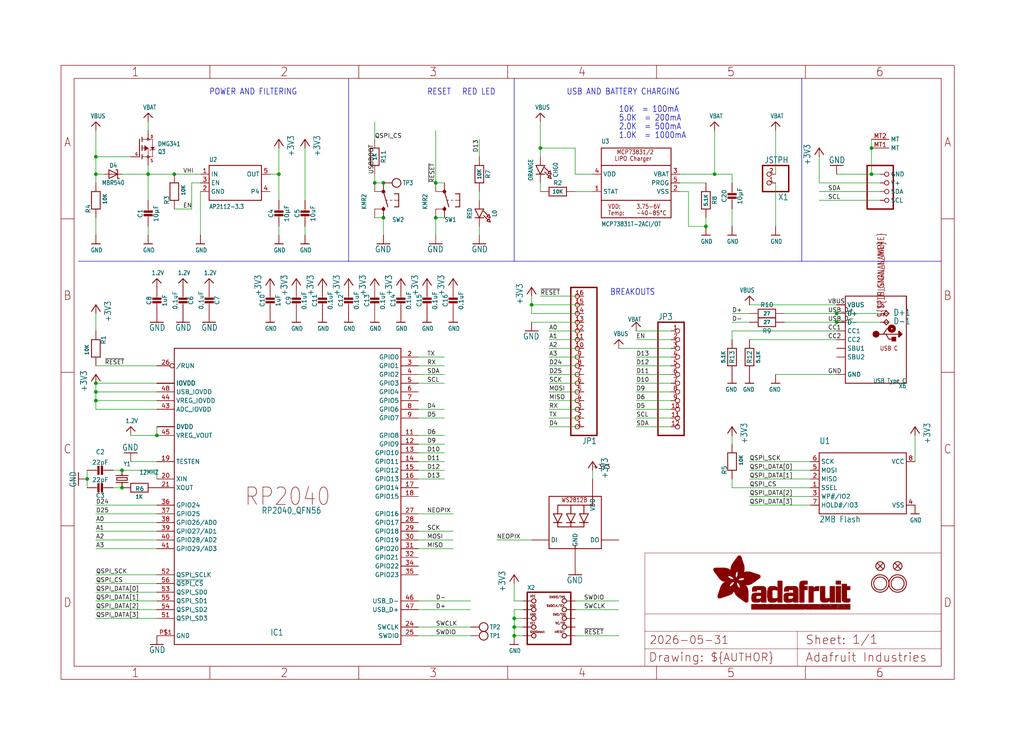
<source format=kicad_sch>
(kicad_sch (version 20230121) (generator eeschema)
  (paper "User" 298.45 217.322)
  (lib_symbols
    (symbol "working-eagle-import:+3V3" (power)
      (property "Value" "+3V3" (at -2.54 -5.08 90))
      (symbol "+3V3_1_0"
        (pin power_in line (at 0 -2.54 90) (length 2.54) (name "+3V3") (number "1"))
      )
    )
    (symbol "working-eagle-import:1.2V" (power)
      (property "Value" "1.2V" (at -1.524 1.016 0))
      (symbol "1.2V_1_0"
        (pin power_in line (at 0 -2.54 90) (length 2.54) (name "1.2V") (number "1"))
      )
    )
    (symbol "working-eagle-import:CAP_CERAMIC0603_NO"
      (property "Reference" "C" (at -2.29 1.25 90))
      (symbol "CAP_CERAMIC0603_NO_1_0"
        (pin passive line (at 0 5.08 270) (length 2.54) (name "1") (number "1"))
        (pin passive line (at 0 -2.54 90) (length 2.54) (name "2") (number "2"))
      )
    )
    (symbol "working-eagle-import:CAP_CERAMIC0805-NOOUTLINE"
      (property "Reference" "C" (at -2.29 1.25 90))
      (symbol "CAP_CERAMIC0805-NOOUTLINE_1_0"
        (pin passive line (at 0 5.08 270) (length 2.54) (name "1") (number "1"))
        (pin passive line (at 0 -2.54 90) (length 2.54) (name "2") (number "2"))
      )
    )
    (symbol "working-eagle-import:CON_JST_PH_2PIN_BATT"
      (property "Reference" "X" (at -6.35 5.715 0))
      (symbol "CON_JST_PH_2PIN_BATT_1_0"
        (pin passive inverted (at -2.54 2.54 0) (length 2.54) (name "1") (number "1"))
        (pin passive inverted (at -2.54 0 0) (length 2.54) (name "2") (number "2"))
      )
    )
    (symbol "working-eagle-import:CRYSTAL2.5X2.0"
      (property "Reference" "Y" (at -2.54 2.54 0))
      (symbol "CRYSTAL2.5X2.0_1_0"
        (pin passive line (at -2.54 0 0) (length 0) (name "1") (number "1"))
        (pin passive line (at 2.54 0 180) (length 0) (name "2") (number "3"))
      )
    )
    (symbol "working-eagle-import:DIODE-SCHOTTKYSOD-123"
      (property "Reference" "D" (at 0 2.54 0))
      (symbol "DIODE-SCHOTTKYSOD-123_1_0"
        (pin passive line (at -2.54 0 0) (length 2.54) (name "A") (number "A"))
        (pin passive line (at 2.54 0 180) (length 2.54) (name "C") (number "C"))
      )
    )
    (symbol "working-eagle-import:FIDUCIAL_1MM")
    (symbol "working-eagle-import:FRAME_A4_ADAFRUIT"
      (symbol "FRAME_A4_ADAFRUIT_1_0"
        (text "${#}/${##}" (at 230.505 10.16 0) (effects (font (size 2.54 2.54)) (justify left bottom)))
        (text "${AUTHOR}" (at 189.23 5.08 0) (effects (font (size 2.286 2.286)) (justify left bottom)))
        (text "${CURRENT_DATE}" (at 171.45 10.16 0) (effects (font (size 2.286 2.286)) (justify left bottom)))
        (text "${PROJECTNAME}" (at 171.45 15.24 0) (effects (font (size 2.54 2.54)) (justify left bottom)))
        (text "1" (at 21.6958 1.905 0) (effects (font (size 2.54 2.286))))
        (text "1" (at 21.6958 177.165 0) (effects (font (size 2.54 2.286))))
        (text "2" (at 65.0875 1.905 0) (effects (font (size 2.54 2.286))))
        (text "2" (at 65.0875 177.165 0) (effects (font (size 2.54 2.286))))
        (text "3" (at 108.4792 1.905 0) (effects (font (size 2.54 2.286))))
        (text "3" (at 108.4792 177.165 0) (effects (font (size 2.54 2.286))))
        (text "4" (at 151.8708 1.905 0) (effects (font (size 2.54 2.286))))
        (text "4" (at 151.8708 177.165 0) (effects (font (size 2.54 2.286))))
        (text "5" (at 195.2625 1.905 0) (effects (font (size 2.54 2.286))))
        (text "5" (at 195.2625 177.165 0) (effects (font (size 2.54 2.286))))
        (text "6" (at 238.6542 1.905 0) (effects (font (size 2.54 2.286))))
        (text "6" (at 238.6542 177.165 0) (effects (font (size 2.54 2.286))))
        (text "A" (at 1.905 156.6863 0) (effects (font (size 2.54 2.286))))
        (text "A" (at 258.445 156.6863 0) (effects (font (size 2.54 2.286))))
        (text "Adafruit Industries" (at 216.916 4.953 0) (effects (font (size 2.54 2.54)) (justify left bottom)))
        (text "B" (at 1.905 111.9188 0) (effects (font (size 2.54 2.286))))
        (text "B" (at 258.445 111.9188 0) (effects (font (size 2.54 2.286))))
        (text "C" (at 1.905 67.1513 0) (effects (font (size 2.54 2.286))))
        (text "C" (at 258.445 67.1513 0) (effects (font (size 2.54 2.286))))
        (text "D" (at 1.905 22.3838 0) (effects (font (size 2.54 2.286))))
        (text "D" (at 258.445 22.3838 0) (effects (font (size 2.54 2.286))))
        (text "Drawing:" (at 171.196 4.953 0) (effects (font (size 2.54 2.54)) (justify left bottom)))
        (text "Sheet:" (at 216.916 10.033 0) (effects (font (size 2.54 2.54)) (justify left bottom)))
      )
    )
    (symbol "working-eagle-import:GND" (power)
      (property "Value" "GND" (at -1.524 -2.54 0))
      (symbol "GND_1_0"
        (pin power_in line (at 0 2.54 270) (length 2.54) (name "GND") (number "1"))
      )
    )
    (symbol "working-eagle-import:HEADER-1X12"
      (property "Reference" "JP" (at -6.35 18.415 0))
      (symbol "HEADER-1X12_1_0"
        (pin passive inverted (at -2.54 15.24 0) (length 2.54) (name "1") (number "1"))
        (pin passive inverted (at -2.54 -7.62 0) (length 2.54) (name "10") (number "10"))
        (pin passive inverted (at -2.54 -10.16 0) (length 2.54) (name "11") (number "11"))
        (pin passive inverted (at -2.54 -12.7 0) (length 2.54) (name "12") (number "12"))
        (pin passive inverted (at -2.54 12.7 0) (length 2.54) (name "2") (number "2"))
        (pin passive inverted (at -2.54 10.16 0) (length 2.54) (name "3") (number "3"))
        (pin passive inverted (at -2.54 7.62 0) (length 2.54) (name "4") (number "4"))
        (pin passive inverted (at -2.54 5.08 0) (length 2.54) (name "5") (number "5"))
        (pin passive inverted (at -2.54 2.54 0) (length 2.54) (name "6") (number "6"))
        (pin passive inverted (at -2.54 0 0) (length 2.54) (name "7") (number "7"))
        (pin passive inverted (at -2.54 -2.54 0) (length 2.54) (name "8") (number "8"))
        (pin passive inverted (at -2.54 -5.08 0) (length 2.54) (name "9") (number "9"))
      )
    )
    (symbol "working-eagle-import:HEADER-1X16ROUND"
      (property "Reference" "JP" (at -6.35 20.955 0))
      (symbol "HEADER-1X16ROUND_1_0"
        (pin passive inverted (at -2.54 17.78 0) (length 2.54) (name "1") (number "1"))
        (pin passive inverted (at -2.54 -5.08 0) (length 2.54) (name "10") (number "10"))
        (pin passive inverted (at -2.54 -7.62 0) (length 2.54) (name "11") (number "11"))
        (pin passive inverted (at -2.54 -10.16 0) (length 2.54) (name "12") (number "12"))
        (pin passive inverted (at -2.54 -12.7 0) (length 2.54) (name "13") (number "13"))
        (pin passive inverted (at -2.54 -15.24 0) (length 2.54) (name "14") (number "14"))
        (pin passive inverted (at -2.54 -17.78 0) (length 2.54) (name "15") (number "15"))
        (pin passive inverted (at -2.54 -20.32 0) (length 2.54) (name "16") (number "16"))
        (pin passive inverted (at -2.54 15.24 0) (length 2.54) (name "2") (number "2"))
        (pin passive inverted (at -2.54 12.7 0) (length 2.54) (name "3") (number "3"))
        (pin passive inverted (at -2.54 10.16 0) (length 2.54) (name "4") (number "4"))
        (pin passive inverted (at -2.54 7.62 0) (length 2.54) (name "5") (number "5"))
        (pin passive inverted (at -2.54 5.08 0) (length 2.54) (name "6") (number "6"))
        (pin passive inverted (at -2.54 2.54 0) (length 2.54) (name "7") (number "7"))
        (pin passive inverted (at -2.54 0 0) (length 2.54) (name "8") (number "8"))
        (pin passive inverted (at -2.54 -2.54 0) (length 2.54) (name "9") (number "9"))
      )
    )
    (symbol "working-eagle-import:JTAG-CORTEXBOXPOSTS"
      (property "Reference" "X" (at -6.35 8.255 0))
      (symbol "JTAG-CORTEXBOXPOSTS_1_0"
        (text "GND" (at -5.588 0.762 0) (effects (font (size 0.635 0.5397)) (justify left bottom)))
        (text "GND" (at -5.588 3.302 0) (effects (font (size 0.635 0.5397)) (justify left bottom)))
        (text "GNDDetect" (at -5.588 -4.318 0) (effects (font (size 0.635 0.5397)) (justify left bottom)))
        (text "KEY" (at -5.588 -1.778 0) (effects (font (size 0.635 0.5397)) (justify left bottom)))
        (text "NC/TDI" (at 1.778 -1.778 0) (effects (font (size 0.635 0.5397)) (justify left bottom)))
        (text "nRESET" (at 1.524 -4.318 0) (effects (font (size 0.635 0.5397)) (justify left bottom)))
        (text "SWDCLK/TCK" (at -0.762 3.302 0) (effects (font (size 0.635 0.5397)) (justify left bottom)))
        (text "SWDIO/TMS" (at 0 5.842 0) (effects (font (size 0.635 0.5397)) (justify left bottom)))
        (text "SWO/TDO" (at 1.016 0.762 0) (effects (font (size 0.635 0.5397)) (justify left bottom)))
        (text "VCC" (at -5.588 6.096 0) (effects (font (size 0.635 0.5397)) (justify left bottom)))
        (pin power_in line (at -7.62 5.08 0) (length 2.54) (name "VCC") (number "1"))
        (pin bidirectional line (at 7.62 -5.08 180) (length 2.54) (name "NRESET") (number "10"))
        (pin bidirectional line (at 7.62 5.08 180) (length 2.54) (name "SWDIO") (number "2"))
        (pin power_in line (at -7.62 2.54 0) (length 2.54) (name "GND@1") (number "3"))
        (pin bidirectional line (at 7.62 2.54 180) (length 2.54) (name "SWDCLK") (number "4"))
        (pin power_in line (at -7.62 0 0) (length 2.54) (name "GND@2") (number "5"))
        (pin bidirectional line (at 7.62 0 180) (length 2.54) (name "SWO") (number "6"))
        (pin bidirectional line (at -7.62 -2.54 0) (length 2.54) (name "KEY") (number "7"))
        (pin bidirectional line (at 7.62 -2.54 180) (length 2.54) (name "TDI") (number "8"))
        (pin bidirectional line (at -7.62 -5.08 0) (length 2.54) (name "GNDDETECT") (number "9"))
      )
    )
    (symbol "working-eagle-import:LED0603_NOOUTLINE"
      (property "Reference" "D" (at -1.27 4.445 0))
      (symbol "LED0603_NOOUTLINE_1_0"
        (pin passive line (at -5.08 0 0) (length 2.54) (name "A") (number "A"))
        (pin passive line (at 2.54 0 180) (length 2.54) (name "C") (number "C"))
      )
    )
    (symbol "working-eagle-import:MCP73831/2"
      (property "Reference" "U" (at -10.16 11.43 0))
      (symbol "MCP73831/2_1_0"
        (text "-40-85°C" (at 0 -9.525 0) (effects (font (size 1.27 1.0795)) (justify left bottom)))
        (text "3.75-6V" (at 0 -7.62 0) (effects (font (size 1.27 1.0795)) (justify left bottom)))
        (text "LIPO Charger" (at -6.35 6.35 0) (effects (font (size 1.27 1.0795)) (justify left bottom)))
        (text "MCP73831/2" (at -5.715 8.255 0) (effects (font (size 1.27 1.0795)) (justify left bottom)))
        (text "Temp:" (at -8.255 -9.525 0) (effects (font (size 1.27 1.0795)) (justify left bottom)))
        (text "VDD:" (at -8.255 -7.62 0) (effects (font (size 1.27 1.0795)) (justify left bottom)))
        (pin output line (at -12.7 -2.54 0) (length 2.54) (name "STAT") (number "1"))
        (pin power_in line (at 12.7 -2.54 180) (length 2.54) (name "VSS") (number "2"))
        (pin power_in line (at 12.7 2.54 180) (length 2.54) (name "VBAT") (number "3"))
        (pin power_in line (at -12.7 2.54 0) (length 2.54) (name "VDD") (number "4"))
        (pin input line (at 12.7 0 180) (length 2.54) (name "PROG") (number "5"))
      )
    )
    (symbol "working-eagle-import:MOSFET-P"
      (property "Reference" "Q" (at 2.794 0.381 0))
      (symbol "MOSFET-P_1_0"
        (text "D" (at 0.635 -3.81 0) (effects (font (size 0.8128 0.6908)) (justify left bottom)))
        (text "G" (at -3.81 1.27 0) (effects (font (size 0.8128 0.6908)) (justify left bottom)))
        (text "S" (at 0.635 3.175 0) (effects (font (size 0.8128 0.6908)) (justify left bottom)))
        (pin passive line (at -5.08 2.54 0) (length 2.54) (name "G") (number "1"))
        (pin passive line (at 0 5.08 270) (length 2.54) (name "S") (number "2"))
        (pin passive line (at 0 -5.08 90) (length 2.54) (name "D") (number "3"))
      )
    )
    (symbol "working-eagle-import:MOUNTINGHOLE2.5")
    (symbol "working-eagle-import:RESISTOR_0603_NOOUT"
      (property "Reference" "R" (at 0 2.54 0))
      (symbol "RESISTOR_0603_NOOUT_1_0"
        (pin passive line (at -5.08 0 0) (length 2.54) (name "1") (number "1"))
        (pin passive line (at 5.08 0 180) (length 2.54) (name "2") (number "2"))
      )
    )
    (symbol "working-eagle-import:RP2040_QFN56"
      (property "Reference" "IC" (at -5.08 -40.64 0))
      (symbol "RP2040_QFN56_1_0"
        (text "RP2040" (at 0 0 0) (effects (font (size 5.08 4.318))))
        (pin power_in line (at -38.1 33.02 0) (length 5.08) (name "IOVDD") (number "1"))
        (pin power_in line (at -38.1 33.02 0) (length 5.08) (name "IOVDD") (number "10"))
        (pin bidirectional line (at 38.1 17.78 180) (length 5.08) (name "GPIO8") (number "11"))
        (pin bidirectional line (at 38.1 15.24 180) (length 5.08) (name "GPIO9") (number "12"))
        (pin bidirectional line (at 38.1 12.7 180) (length 5.08) (name "GPIO10") (number "13"))
        (pin bidirectional line (at 38.1 10.16 180) (length 5.08) (name "GPIO11") (number "14"))
        (pin bidirectional line (at 38.1 7.62 180) (length 5.08) (name "GPIO12") (number "15"))
        (pin bidirectional line (at 38.1 5.08 180) (length 5.08) (name "GPIO13") (number "16"))
        (pin bidirectional line (at 38.1 2.54 180) (length 5.08) (name "GPIO14") (number "17"))
        (pin bidirectional line (at 38.1 0 180) (length 5.08) (name "GPIO15") (number "18"))
        (pin input line (at -38.1 10.16 0) (length 5.08) (name "TESTEN") (number "19"))
        (pin bidirectional line (at 38.1 40.64 180) (length 5.08) (name "GPIO0") (number "2"))
        (pin input line (at -38.1 5.08 0) (length 5.08) (name "XIN") (number "20"))
        (pin output line (at -38.1 2.54 0) (length 5.08) (name "XOUT") (number "21"))
        (pin power_in line (at -38.1 33.02 0) (length 5.08) (name "IOVDD") (number "22"))
        (pin power_in line (at -38.1 20.32 0) (length 5.08) (name "DVDD") (number "23"))
        (pin bidirectional line (at 38.1 -38.1 180) (length 5.08) (name "SWCLK") (number "24"))
        (pin bidirectional line (at 38.1 -40.64 180) (length 5.08) (name "SWDIO") (number "25"))
        (pin bidirectional inverted (at -38.1 38.1 0) (length 5.08) (name "/RUN") (number "26"))
        (pin bidirectional line (at 38.1 -5.08 180) (length 5.08) (name "GPIO16") (number "27"))
        (pin bidirectional line (at 38.1 -7.62 180) (length 5.08) (name "GPIO17") (number "28"))
        (pin bidirectional line (at 38.1 -10.16 180) (length 5.08) (name "GPIO18") (number "29"))
        (pin bidirectional line (at 38.1 38.1 180) (length 5.08) (name "GPIO1") (number "3"))
        (pin bidirectional line (at 38.1 -12.7 180) (length 5.08) (name "GPIO19") (number "30"))
        (pin bidirectional line (at 38.1 -15.24 180) (length 5.08) (name "GPIO20") (number "31"))
        (pin bidirectional line (at 38.1 -17.78 180) (length 5.08) (name "GPIO21") (number "32"))
        (pin power_in line (at -38.1 33.02 0) (length 5.08) (name "IOVDD") (number "33"))
        (pin bidirectional line (at 38.1 -20.32 180) (length 5.08) (name "GPIO22") (number "34"))
        (pin bidirectional line (at 38.1 -22.86 180) (length 5.08) (name "GPIO23") (number "35"))
        (pin bidirectional line (at -38.1 -2.54 0) (length 5.08) (name "GPIO24") (number "36"))
        (pin bidirectional line (at -38.1 -5.08 0) (length 5.08) (name "GPIO25") (number "37"))
        (pin bidirectional line (at -38.1 -7.62 0) (length 5.08) (name "GPIO26/AD0") (number "38"))
        (pin bidirectional line (at -38.1 -10.16 0) (length 5.08) (name "GPIO27/AD1") (number "39"))
        (pin bidirectional line (at 38.1 35.56 180) (length 5.08) (name "GPIO2") (number "4"))
        (pin bidirectional line (at -38.1 -12.7 0) (length 5.08) (name "GPIO28/AD2") (number "40"))
        (pin bidirectional line (at -38.1 -15.24 0) (length 5.08) (name "GPIO29/AD3") (number "41"))
        (pin power_in line (at -38.1 33.02 0) (length 5.08) (name "IOVDD") (number "42"))
        (pin power_in line (at -38.1 25.4 0) (length 5.08) (name "ADC_IOVDD") (number "43"))
        (pin power_in line (at -38.1 27.94 0) (length 5.08) (name "VREG_IOVDD") (number "44"))
        (pin power_in line (at -38.1 17.78 0) (length 5.08) (name "VREG_VOUT") (number "45"))
        (pin bidirectional line (at 38.1 -30.48 180) (length 5.08) (name "USB_D-") (number "46"))
        (pin bidirectional line (at 38.1 -33.02 180) (length 5.08) (name "USB_D+") (number "47"))
        (pin power_in line (at -38.1 30.48 0) (length 5.08) (name "USB_IOVDD") (number "48"))
        (pin power_in line (at -38.1 33.02 0) (length 5.08) (name "IOVDD") (number "49"))
        (pin bidirectional line (at 38.1 33.02 180) (length 5.08) (name "GPIO3") (number "5"))
        (pin power_in line (at -38.1 20.32 0) (length 5.08) (name "DVDD") (number "50"))
        (pin bidirectional line (at -38.1 -35.56 0) (length 5.08) (name "QSPI_SD3") (number "51"))
        (pin bidirectional line (at -38.1 -22.86 0) (length 5.08) (name "QSPI_SCLK") (number "52"))
        (pin bidirectional line (at -38.1 -27.94 0) (length 5.08) (name "QSPI_SD0") (number "53"))
        (pin bidirectional line (at -38.1 -33.02 0) (length 5.08) (name "QSPI_SD2") (number "54"))
        (pin bidirectional line (at -38.1 -30.48 0) (length 5.08) (name "QSPI_SD1") (number "55"))
        (pin bidirectional line (at -38.1 -25.4 0) (length 5.08) (name "~{QSPI_CS}") (number "56"))
        (pin bidirectional line (at 38.1 30.48 180) (length 5.08) (name "GPIO4") (number "6"))
        (pin bidirectional line (at 38.1 27.94 180) (length 5.08) (name "GPIO5") (number "7"))
        (pin bidirectional line (at 38.1 25.4 180) (length 5.08) (name "GPIO6") (number "8"))
        (pin bidirectional line (at 38.1 22.86 180) (length 5.08) (name "GPIO7") (number "9"))
        (pin power_in line (at -38.1 -40.64 0) (length 5.08) (name "GND") (number "P$1"))
      )
    )
    (symbol "working-eagle-import:SPIFLASH_8PIN208MIL"
      (property "Reference" "U" (at -12.7 12.7 0))
      (symbol "SPIFLASH_8PIN208MIL_1_0"
        (pin bidirectional line (at -15.24 0 0) (length 2.54) (name "SSEL") (number "1"))
        (pin bidirectional line (at -15.24 2.54 0) (length 2.54) (name "MISO") (number "2"))
        (pin bidirectional line (at -15.24 -2.54 0) (length 2.54) (name "WP#/IO2") (number "3"))
        (pin bidirectional line (at 15.24 -5.08 180) (length 2.54) (name "VSS") (number "4"))
        (pin bidirectional line (at -15.24 5.08 0) (length 2.54) (name "MOSI") (number "5"))
        (pin bidirectional line (at -15.24 7.62 0) (length 2.54) (name "SCK") (number "6"))
        (pin bidirectional line (at -15.24 -5.08 0) (length 2.54) (name "HOLD#/IO3") (number "7"))
        (pin bidirectional line (at 15.24 7.62 180) (length 2.54) (name "VCC") (number "8"))
      )
    )
    (symbol "working-eagle-import:STEMMA_I2C_QT"
      (symbol "STEMMA_I2C_QT_1_0"
        (pin passive inverted (at 0 5.08 0) (length 2.54) (name "GND") (number "1"))
        (pin passive inverted (at 0 2.54 0) (length 2.54) (name "V+") (number "2"))
        (pin passive inverted (at 0 0 0) (length 2.54) (name "SDA") (number "3"))
        (pin passive inverted (at 0 -2.54 0) (length 2.54) (name "SCL") (number "4"))
      )
      (symbol "STEMMA_I2C_QT_2_0"
        (pin bidirectional line (at 0 0 0) (length 5.08) (name "MT") (number "MT1"))
      )
      (symbol "STEMMA_I2C_QT_3_0"
        (pin bidirectional line (at 0 0 0) (length 5.08) (name "MT") (number "MT2"))
      )
    )
    (symbol "working-eagle-import:SWITCH_TACT_SMT4.6X2.8"
      (property "Reference" "SW" (at -2.54 6.35 0))
      (symbol "SWITCH_TACT_SMT4.6X2.8_1_0"
        (pin passive line (at -5.08 0 0) (length 2.54) (name "P") (number "A"))
        (pin passive line (at -5.08 -2.54 0) (length 2.54) (name "P1") (number "A'"))
        (pin passive line (at 5.08 0 180) (length 2.54) (name "S") (number "B"))
        (pin passive line (at 5.08 -2.54 180) (length 2.54) (name "S1") (number "B'"))
      )
    )
    (symbol "working-eagle-import:TESTPOINTROUND1.5MMNO"
      (property "Reference" "TP" (at 0 5.588 90))
      (symbol "TESTPOINTROUND1.5MMNO_1_0"
        (pin bidirectional line (at 0 0 90) (length 2.54) (name "P$1") (number "P$1"))
      )
    )
    (symbol "working-eagle-import:TPB1,27"
      (property "Reference" "TP" (at -1.27 1.27 0))
      (symbol "TPB1,27_1_0"
        (text "${TP_SIGNAL_NAME}" (at 1.27 -1.27 0) (effects (font (size 1.778 1.5113)) (justify left bottom)))
        (pin input line (at 0 -2.54 90) (length 2.54) (name "TP") (number "TP"))
      )
    )
    (symbol "working-eagle-import:USB_C"
      (property "Reference" "X" (at -10.16 13.716 0))
      (symbol "USB_C_1_0"
        (text "USB C" (at -5.08 -2.54 0) (effects (font (size 1.27 1.0795))))
        (pin power_in line (at 10.16 -10.16 180) (length 2.54) (name "GND") (number "A1B12"))
        (pin power_in line (at 10.16 10.16 180) (length 2.54) (name "VBUS") (number "A4B9"))
        (pin bidirectional line (at 10.16 2.54 180) (length 2.54) (name "CC1") (number "A5"))
        (pin bidirectional line (at 10.16 7.62 180) (length 2.54) (name "D+") (number "A6"))
        (pin bidirectional line (at 10.16 5.08 180) (length 2.54) (name "D-") (number "A7"))
        (pin bidirectional line (at 10.16 -2.54 180) (length 2.54) (name "SBU1") (number "A8"))
        (pin power_in line (at 10.16 -10.16 180) (length 2.54) (name "GND") (number "B1A12"))
        (pin power_in line (at 10.16 10.16 180) (length 2.54) (name "VBUS") (number "B4A9"))
        (pin bidirectional line (at 10.16 0 180) (length 2.54) (name "CC2") (number "B5"))
        (pin bidirectional line (at 10.16 7.62 180) (length 2.54) (name "D+") (number "B6"))
        (pin bidirectional line (at 10.16 5.08 180) (length 2.54) (name "D-") (number "B7"))
        (pin bidirectional line (at 10.16 -5.08 180) (length 2.54) (name "SBU2") (number "B8"))
      )
    )
    (symbol "working-eagle-import:VBAT" (power)
      (property "Value" "VBAT" (at -1.524 1.016 0))
      (symbol "VBAT_1_0"
        (pin power_in line (at 0 -2.54 90) (length 2.54) (name "VBAT") (number "1"))
      )
    )
    (symbol "working-eagle-import:VBUS" (power)
      (property "Value" "VBUS" (at -1.524 1.016 0))
      (symbol "VBUS_1_0"
        (pin power_in line (at 0 -2.54 90) (length 2.54) (name "VBUS") (number "1"))
      )
    )
    (symbol "working-eagle-import:VREG_SOT23-5"
      (property "Reference" "U" (at -7.62 6.096 0))
      (symbol "VREG_SOT23-5_1_0"
        (pin power_in line (at -10.16 2.54 0) (length 2.54) (name "IN") (number "1"))
        (pin power_in line (at -10.16 -2.54 0) (length 2.54) (name "GND") (number "2"))
        (pin input line (at -10.16 0 0) (length 2.54) (name "EN") (number "3"))
        (pin bidirectional line (at 10.16 -2.54 180) (length 2.54) (name "P4") (number "4"))
        (pin power_in line (at 10.16 2.54 180) (length 2.54) (name "OUT") (number "5"))
      )
    )
    (symbol "working-eagle-import:WS2812B3535"
      (symbol "WS2812B3535_1_0"
        (text "WS2812B" (at -4.064 8.382 0) (effects (font (size 1.27 1.0795)) (justify left bottom)))
        (pin input line (at -12.7 -2.54 0) (length 5.08) (name "DI") (number "1"))
        (pin power_in line (at 5.08 15.24 270) (length 5.08) (name "VDD") (number "2"))
        (pin output line (at 12.7 -2.54 180) (length 5.08) (name "DO") (number "3"))
        (pin power_in line (at 0 -10.16 90) (length 5.08) (name "GND") (number "4"))
      )
    )
    (symbol "working-eagle-import:supply1_GND" (power)
      (property "Value" "supply1_GND" (at -2.54 -2.54 0))
      (symbol "supply1_GND_1_0"
        (pin power_in line (at 0 2.54 270) (length 2.54) (name "GND") (number "1"))
      )
    )
  )
  (junction (at 254 50.8))
  (junction (at 43.18 50.8))
  (junction (at 149.86 180.34))
  (junction (at 45.72 127))
  (junction (at 27.94 111.76))
  (junction (at 27.94 116.84))
  (junction (at 35.56 142.24))
  (junction (at 81.28 50.8))
  (junction (at 25.4 139.7))
  (junction (at 157.48 43.18))
  (junction (at 208.28 50.8))
  (junction (at 35.56 137.16))
  (junction (at 127 53.34))
  (junction (at 149.86 185.42))
  (junction (at 27.94 114.3))
  (junction (at 109.22 53.34))
  (junction (at 205.74 66.04))
  (junction (at 127 63.5))
  (junction (at 27.94 50.8))
  (junction (at 111.76 63.5))
  (junction (at 50.8 50.8))
  (junction (at 243.84 93.98))
  (junction (at 149.86 182.88))
  (junction (at 111.76 53.34))
  (junction (at 154.94 88.9))
  (junction (at 243.84 91.44))
  (junction (at 254 43.18))
  (junction (at 27.94 45.72))
  (wire (pts (xy 121.92 177.8) (xy 137.16 177.8)) (stroke (width 0.1524)))
  (wire (pts (xy 238.76 53.34) (xy 238.76 45.72)) (stroke (width 0.1524)))
  (wire (pts (xy 121.92 111.76) (xy 129.54 111.76)) (stroke (width 0.1524)))
  (wire (pts (xy 111.76 53.34) (xy 109.22 53.34)) (stroke (width 0.1524)))
  (wire (pts (xy 27.94 147.32) (xy 45.72 147.32)) (stroke (width 0.1524)))
  (wire (pts (xy 127 38.1) (xy 127 53.34)) (stroke (width 0.1524)))
  (wire (pts (xy 236.22 144.78) (xy 218.44 144.78)) (stroke (width 0.1524)))
  (wire (pts (xy 121.92 149.86) (xy 132.08 149.86)) (stroke (width 0.1524)))
  (wire (pts (xy 200.66 55.88) (xy 200.66 66.04)) (stroke (width 0.1524)))
  (wire (pts (xy 198.12 53.34) (xy 205.74 53.34)) (stroke (width 0.1524)))
  (wire (pts (xy 226.06 109.22) (xy 243.84 109.22)) (stroke (width 0.1524)))
  (wire (pts (xy 200.66 66.04) (xy 205.74 66.04)) (stroke (width 0.1524)))
  (wire (pts (xy 213.36 93.98) (xy 218.44 93.98)) (stroke (width 0.1524)))
  (wire (pts (xy 121.92 121.92) (xy 129.54 121.92)) (stroke (width 0.1524)))
  (wire (pts (xy 254 50.8) (xy 254 43.18)) (stroke (width 0.1524)))
  (wire (pts (xy 218.44 147.32) (xy 236.22 147.32)) (stroke (width 0.1524)))
  (wire (pts (xy 30.48 50.8) (xy 27.94 50.8)) (stroke (width 0.1524)))
  (wire (pts (xy 27.94 154.94) (xy 45.72 154.94)) (stroke (width 0.1524)))
  (wire (pts (xy 167.64 43.18) (xy 167.64 50.8)) (stroke (width 0.1524)))
  (wire (pts (xy 195.58 101.6) (xy 180.34 101.6)) (stroke (width 0.1524)))
  (polyline (pts (xy 233.68 76.2) (xy 233.68 22.86)) (stroke (width 0.1524) (type solid)))
  (wire (pts (xy 27.94 91.44) (xy 27.94 96.52)) (stroke (width 0.1524)))
  (wire (pts (xy 58.42 55.88) (xy 58.42 68.58)) (stroke (width 0.1524)))
  (wire (pts (xy 45.72 111.76) (xy 27.94 111.76)) (stroke (width 0.1524)))
  (wire (pts (xy 236.22 134.62) (xy 218.44 134.62)) (stroke (width 0.1524)))
  (wire (pts (xy 266.7 127) (xy 266.7 134.62)) (stroke (width 0.1524)))
  (wire (pts (xy 35.56 137.16) (xy 33.02 137.16)) (stroke (width 0.1524)))
  (wire (pts (xy 121.92 154.94) (xy 132.08 154.94)) (stroke (width 0.1524)))
  (wire (pts (xy 149.86 177.8) (xy 149.86 180.34)) (stroke (width 0.1524)))
  (wire (pts (xy 45.72 124.46) (xy 45.72 127)) (stroke (width 0.1524)))
  (wire (pts (xy 45.72 167.64) (xy 27.94 167.64)) (stroke (width 0.1524)))
  (wire (pts (xy 154.94 91.44) (xy 154.94 88.9)) (stroke (width 0.1524)))
  (wire (pts (xy 195.58 114.3) (xy 185.42 114.3)) (stroke (width 0.1524)))
  (wire (pts (xy 25.4 142.24) (xy 25.4 139.7)) (stroke (width 0.1524)))
  (wire (pts (xy 254 43.18) (xy 254 40.64)) (stroke (width 0.1524)))
  (wire (pts (xy 243.84 99.06) (xy 218.44 99.06)) (stroke (width 0.1524)))
  (wire (pts (xy 160.02 104.14) (xy 170.18 104.14)) (stroke (width 0.1524)))
  (wire (pts (xy 213.36 50.8) (xy 208.28 50.8)) (stroke (width 0.1524)))
  (wire (pts (xy 121.92 160.02) (xy 132.08 160.02)) (stroke (width 0.1524)))
  (wire (pts (xy 58.42 50.8) (xy 50.8 50.8)) (stroke (width 0.1524)))
  (wire (pts (xy 243.84 91.44) (xy 256.54 91.44)) (stroke (width 0.1524)))
  (wire (pts (xy 121.92 157.48) (xy 132.08 157.48)) (stroke (width 0.1524)))
  (wire (pts (xy 43.18 48.26) (xy 43.18 50.8)) (stroke (width 0.1524)))
  (wire (pts (xy 45.72 152.4) (xy 27.94 152.4)) (stroke (width 0.1524)))
  (wire (pts (xy 213.36 142.24) (xy 236.22 142.24)) (stroke (width 0.1524)))
  (wire (pts (xy 45.72 134.62) (xy 38.1 134.62)) (stroke (width 0.1524)))
  (polyline (pts (xy 22.86 76.2) (xy 101.6 76.2)) (stroke (width 0.1524) (type solid)))
  (wire (pts (xy 170.18 93.98) (xy 154.94 93.98)) (stroke (width 0.1524)))
  (polyline (pts (xy 274.32 76.2) (xy 233.68 76.2)) (stroke (width 0.1524) (type solid)))
  (wire (pts (xy 45.72 157.48) (xy 27.94 157.48)) (stroke (width 0.1524)))
  (wire (pts (xy 45.72 114.3) (xy 27.94 114.3)) (stroke (width 0.1524)))
  (wire (pts (xy 27.94 177.8) (xy 45.72 177.8)) (stroke (width 0.1524)))
  (wire (pts (xy 167.64 55.88) (xy 172.72 55.88)) (stroke (width 0.1524)))
  (wire (pts (xy 45.72 106.68) (xy 27.94 106.68)) (stroke (width 0.1524)))
  (wire (pts (xy 33.02 142.24) (xy 35.56 142.24)) (stroke (width 0.1524)))
  (wire (pts (xy 121.92 137.16) (xy 129.54 137.16)) (stroke (width 0.1524)))
  (wire (pts (xy 129.54 63.5) (xy 127 63.5)) (stroke (width 0.1524)))
  (wire (pts (xy 236.22 139.7) (xy 218.44 139.7)) (stroke (width 0.1524)))
  (wire (pts (xy 121.92 104.14) (xy 129.54 104.14)) (stroke (width 0.1524)))
  (wire (pts (xy 213.36 127) (xy 213.36 129.54)) (stroke (width 0.1524)))
  (wire (pts (xy 45.72 149.86) (xy 27.94 149.86)) (stroke (width 0.1524)))
  (wire (pts (xy 149.86 185.42) (xy 149.86 182.88)) (stroke (width 0.1524)))
  (wire (pts (xy 121.92 127) (xy 129.54 127)) (stroke (width 0.1524)))
  (wire (pts (xy 149.86 180.34) (xy 152.4 180.34)) (stroke (width 0.1524)))
  (wire (pts (xy 139.7 66.04) (xy 139.7 68.58)) (stroke (width 0.1524)))
  (wire (pts (xy 157.48 53.34) (xy 157.48 55.88)) (stroke (width 0.1524)))
  (wire (pts (xy 160.02 121.92) (xy 170.18 121.92)) (stroke (width 0.1524)))
  (wire (pts (xy 81.28 66.04) (xy 81.28 68.58)) (stroke (width 0.1524)))
  (wire (pts (xy 88.9 58.42) (xy 88.9 43.18)) (stroke (width 0.1524)))
  (wire (pts (xy 109.22 40.64) (xy 109.22 35.56)) (stroke (width 0.1524)))
  (wire (pts (xy 27.94 50.8) (xy 27.94 45.72)) (stroke (width 0.1524)))
  (wire (pts (xy 170.18 91.44) (xy 154.94 91.44)) (stroke (width 0.1524)))
  (wire (pts (xy 160.02 109.22) (xy 170.18 109.22)) (stroke (width 0.1524)))
  (wire (pts (xy 38.1 127) (xy 45.72 127)) (stroke (width 0.1524)))
  (wire (pts (xy 172.72 139.7) (xy 172.72 137.16)) (stroke (width 0.1524)))
  (wire (pts (xy 167.64 175.26) (xy 180.34 175.26)) (stroke (width 0.1524)))
  (wire (pts (xy 121.92 185.42) (xy 137.16 185.42)) (stroke (width 0.1524)))
  (polyline (pts (xy 149.86 76.2) (xy 149.86 22.86)) (stroke (width 0.1524) (type solid)))
  (wire (pts (xy 27.94 114.3) (xy 27.94 111.76)) (stroke (width 0.1524)))
  (wire (pts (xy 218.44 91.44) (xy 213.36 91.44)) (stroke (width 0.1524)))
  (wire (pts (xy 170.18 106.68) (xy 160.02 106.68)) (stroke (width 0.1524)))
  (wire (pts (xy 121.92 132.08) (xy 129.54 132.08)) (stroke (width 0.1524)))
  (wire (pts (xy 180.34 177.8) (xy 167.64 177.8)) (stroke (width 0.1524)))
  (wire (pts (xy 157.48 35.56) (xy 157.48 43.18)) (stroke (width 0.1524)))
  (wire (pts (xy 111.76 63.5) (xy 111.76 68.58)) (stroke (width 0.1524)))
  (wire (pts (xy 167.64 185.42) (xy 180.34 185.42)) (stroke (width 0.1524)))
  (wire (pts (xy 195.58 109.22) (xy 185.42 109.22)) (stroke (width 0.1524)))
  (wire (pts (xy 195.58 121.92) (xy 185.42 121.92)) (stroke (width 0.1524)))
  (wire (pts (xy 254 50.8) (xy 243.84 50.8)) (stroke (width 0.1524)))
  (wire (pts (xy 78.74 50.8) (xy 81.28 50.8)) (stroke (width 0.1524)))
  (wire (pts (xy 50.8 60.96) (xy 55.88 60.96)) (stroke (width 0.1524)))
  (wire (pts (xy 213.36 96.52) (xy 213.36 99.06)) (stroke (width 0.1524)))
  (wire (pts (xy 109.22 53.34) (xy 109.22 50.8)) (stroke (width 0.1524)))
  (wire (pts (xy 195.58 104.14) (xy 185.42 104.14)) (stroke (width 0.1524)))
  (wire (pts (xy 185.42 124.46) (xy 195.58 124.46)) (stroke (width 0.1524)))
  (wire (pts (xy 218.44 88.9) (xy 243.84 88.9)) (stroke (width 0.1524)))
  (wire (pts (xy 35.56 137.16) (xy 45.72 137.16)) (stroke (width 0.1524)))
  (wire (pts (xy 160.02 116.84) (xy 170.18 116.84)) (stroke (width 0.1524)))
  (wire (pts (xy 27.94 119.38) (xy 27.94 116.84)) (stroke (width 0.1524)))
  (wire (pts (xy 213.36 60.96) (xy 213.36 66.04)) (stroke (width 0.1524)))
  (wire (pts (xy 152.4 185.42) (xy 149.86 185.42)) (stroke (width 0.1524)))
  (wire (pts (xy 185.42 116.84) (xy 195.58 116.84)) (stroke (width 0.1524)))
  (wire (pts (xy 149.86 175.26) (xy 149.86 170.18)) (stroke (width 0.1524)))
  (wire (pts (xy 243.84 93.98) (xy 256.54 93.98)) (stroke (width 0.1524)))
  (wire (pts (xy 238.76 58.42) (xy 256.54 58.42)) (stroke (width 0.1524)))
  (wire (pts (xy 170.18 114.3) (xy 160.02 114.3)) (stroke (width 0.1524)))
  (wire (pts (xy 170.18 119.38) (xy 160.02 119.38)) (stroke (width 0.1524)))
  (wire (pts (xy 157.48 43.18) (xy 167.64 43.18)) (stroke (width 0.1524)))
  (wire (pts (xy 27.94 172.72) (xy 45.72 172.72)) (stroke (width 0.1524)))
  (wire (pts (xy 43.18 66.04) (xy 43.18 68.58)) (stroke (width 0.1524)))
  (wire (pts (xy 170.18 101.6) (xy 160.02 101.6)) (stroke (width 0.1524)))
  (wire (pts (xy 226.06 38.1) (xy 226.06 50.8)) (stroke (width 0.1524)))
  (wire (pts (xy 55.88 60.96) (xy 55.88 53.34)) (stroke (width 0.1524)))
  (wire (pts (xy 27.94 160.02) (xy 45.72 160.02)) (stroke (width 0.1524)))
  (wire (pts (xy 149.86 180.34) (xy 149.86 182.88)) (stroke (width 0.1524)))
  (wire (pts (xy 152.4 175.26) (xy 149.86 175.26)) (stroke (width 0.1524)))
  (wire (pts (xy 226.06 66.04) (xy 226.06 53.34)) (stroke (width 0.1524)))
  (wire (pts (xy 121.92 175.26) (xy 137.16 175.26)) (stroke (width 0.1524)))
  (wire (pts (xy 121.92 119.38) (xy 129.54 119.38)) (stroke (width 0.1524)))
  (wire (pts (xy 27.94 116.84) (xy 27.94 114.3)) (stroke (width 0.1524)))
  (wire (pts (xy 109.22 63.5) (xy 111.76 63.5)) (stroke (width 0.1524)))
  (wire (pts (xy 149.86 182.88) (xy 152.4 182.88)) (stroke (width 0.1524)))
  (wire (pts (xy 121.92 109.22) (xy 129.54 109.22)) (stroke (width 0.1524)))
  (wire (pts (xy 152.4 177.8) (xy 149.86 177.8)) (stroke (width 0.1524)))
  (wire (pts (xy 160.02 124.46) (xy 170.18 124.46)) (stroke (width 0.1524)))
  (wire (pts (xy 81.28 50.8) (xy 81.28 43.18)) (stroke (width 0.1524)))
  (wire (pts (xy 198.12 55.88) (xy 200.66 55.88)) (stroke (width 0.1524)))
  (wire (pts (xy 25.4 139.7) (xy 25.4 137.16)) (stroke (width 0.1524)))
  (wire (pts (xy 129.54 106.68) (xy 121.92 106.68)) (stroke (width 0.1524)))
  (wire (pts (xy 27.94 68.58) (xy 27.94 63.5)) (stroke (width 0.1524)))
  (wire (pts (xy 256.54 53.34) (xy 238.76 53.34)) (stroke (width 0.1524)))
  (wire (pts (xy 243.84 96.52) (xy 213.36 96.52)) (stroke (width 0.1524)))
  (wire (pts (xy 38.1 45.72) (xy 27.94 45.72)) (stroke (width 0.1524)))
  (wire (pts (xy 185.42 99.06) (xy 195.58 99.06)) (stroke (width 0.1524)))
  (wire (pts (xy 45.72 119.38) (xy 27.94 119.38)) (stroke (width 0.1524)))
  (wire (pts (xy 160.02 99.06) (xy 170.18 99.06)) (stroke (width 0.1524)))
  (wire (pts (xy 139.7 45.72) (xy 139.7 40.64)) (stroke (width 0.1524)))
  (wire (pts (xy 121.92 134.62) (xy 129.54 134.62)) (stroke (width 0.1524)))
  (wire (pts (xy 121.92 139.7) (xy 129.54 139.7)) (stroke (width 0.1524)))
  (polyline (pts (xy 233.68 76.2) (xy 149.86 76.2)) (stroke (width 0.1524) (type solid)))
  (wire (pts (xy 45.72 137.16) (xy 45.72 139.7)) (stroke (width 0.1524)))
  (wire (pts (xy 88.9 66.04) (xy 88.9 68.58)) (stroke (width 0.1524)))
  (wire (pts (xy 50.8 50.8) (xy 43.18 50.8)) (stroke (width 0.1524)))
  (wire (pts (xy 170.18 111.76) (xy 160.02 111.76)) (stroke (width 0.1524)))
  (wire (pts (xy 213.36 139.7) (xy 213.36 142.24)) (stroke (width 0.1524)))
  (wire (pts (xy 127 68.58) (xy 127 63.5)) (stroke (width 0.1524)))
  (wire (pts (xy 45.72 170.18) (xy 27.94 170.18)) (stroke (width 0.1524)))
  (wire (pts (xy 27.94 180.34) (xy 45.72 180.34)) (stroke (width 0.1524)))
  (wire (pts (xy 121.92 129.54) (xy 129.54 129.54)) (stroke (width 0.1524)))
  (wire (pts (xy 154.94 86.36) (xy 154.94 88.9)) (stroke (width 0.1524)))
  (polyline (pts (xy 101.6 76.2) (xy 101.6 22.86)) (stroke (width 0.1524) (type solid)))
  (wire (pts (xy 256.54 50.8) (xy 254 50.8)) (stroke (width 0.1524)))
  (wire (pts (xy 185.42 111.76) (xy 195.58 111.76)) (stroke (width 0.1524)))
  (wire (pts (xy 127 53.34) (xy 129.54 53.34)) (stroke (width 0.1524)))
  (wire (pts (xy 139.7 55.88) (xy 139.7 58.42)) (stroke (width 0.1524)))
  (wire (pts (xy 35.56 50.8) (xy 43.18 50.8)) (stroke (width 0.1524)))
  (wire (pts (xy 185.42 106.68) (xy 195.58 106.68)) (stroke (width 0.1524)))
  (wire (pts (xy 27.94 175.26) (xy 45.72 175.26)) (stroke (width 0.1524)))
  (wire (pts (xy 55.88 53.34) (xy 58.42 53.34)) (stroke (width 0.1524)))
  (wire (pts (xy 218.44 137.16) (xy 236.22 137.16)) (stroke (width 0.1524)))
  (wire (pts (xy 208.28 38.1) (xy 208.28 50.8)) (stroke (width 0.1524)))
  (wire (pts (xy 208.28 50.8) (xy 198.12 50.8)) (stroke (width 0.1524)))
  (wire (pts (xy 27.94 53.34) (xy 27.94 50.8)) (stroke (width 0.1524)))
  (wire (pts (xy 243.84 91.44) (xy 228.6 91.44)) (stroke (width 0.1524)))
  (wire (pts (xy 43.18 35.56) (xy 43.18 38.1)) (stroke (width 0.1524)))
  (wire (pts (xy 256.54 55.88) (xy 238.76 55.88)) (stroke (width 0.1524)))
  (wire (pts (xy 154.94 88.9) (xy 170.18 88.9)) (stroke (width 0.1524)))
  (wire (pts (xy 45.72 116.84) (xy 27.94 116.84)) (stroke (width 0.1524)))
  (wire (pts (xy 137.16 182.88) (xy 121.92 182.88)) (stroke (width 0.1524)))
  (wire (pts (xy 213.36 53.34) (xy 213.36 50.8)) (stroke (width 0.1524)))
  (wire (pts (xy 228.6 93.98) (xy 243.84 93.98)) (stroke (width 0.1524)))
  (wire (pts (xy 43.18 50.8) (xy 43.18 58.42)) (stroke (width 0.1524)))
  (wire (pts (xy 27.94 45.72) (xy 27.94 38.1)) (stroke (width 0.1524)))
  (wire (pts (xy 205.74 63.5) (xy 205.74 66.04)) (stroke (width 0.1524)))
  (wire (pts (xy 170.18 96.52) (xy 160.02 96.52)) (stroke (width 0.1524)))
  (wire (pts (xy 185.42 96.52) (xy 195.58 96.52)) (stroke (width 0.1524)))
  (polyline (pts (xy 149.86 76.2) (xy 101.6 76.2)) (stroke (width 0.1524) (type solid)))
  (wire (pts (xy 195.58 119.38) (xy 185.42 119.38)) (stroke (width 0.1524)))
  (wire (pts (xy 157.48 45.72) (xy 157.48 43.18)) (stroke (width 0.1524)))
  (wire (pts (xy 81.28 58.42) (xy 81.28 50.8)) (stroke (width 0.1524)))
  (wire (pts (xy 170.18 86.36) (xy 157.48 86.36)) (stroke (width 0.1524)))
  (wire (pts (xy 167.64 50.8) (xy 172.72 50.8)) (stroke (width 0.1524)))
  (wire (pts (xy 154.94 157.48) (xy 144.78 157.48)) (stroke (width 0.1524)))
  (text "5.0K  = 200mA" (at 180.34 35.56 0) (effects (font (size 1.778 1.5113)) (justify left bottom)))
  (text "BREAKOUTS" (at 177.8 86.36 0) (effects (font (size 1.778 1.5113)) (justify left bottom)))
  (text "POWER AND FILTERING" (at 60.96 27.94 0) (effects (font (size 1.778 1.5113)) (justify left bottom)))
  (text "2.0K  = 500mA" (at 180.34 38.1 0) (effects (font (size 1.778 1.5113)) (justify left bottom)))
  (text "RESET" (at 124.46 27.94 0) (effects (font (size 1.778 1.5113)) (justify left bottom)))
  (text "USB AND BATTERY CHARGING" (at 165.1 27.94 0) (effects (font (size 1.778 1.5113)) (justify left bottom)))
  (text "10K  = 100mA" (at 180.34 33.02 0) (effects (font (size 1.778 1.5113)) (justify left bottom)))
  (text "RED LED" (at 134.62 27.94 0) (effects (font (size 1.778 1.5113)) (justify left bottom)))
  (text "1.0K  = 1000mA" (at 180.34 40.64 0) (effects (font (size 1.778 1.5113)) (justify left bottom)))
  (label "A2" (at 160.02 101.6 0) (effects (font (size 1.2446 1.2446))))
  (label "TX" (at 160.02 121.92 0) (effects (font (size 1.2446 1.2446))))
  (label "SDA" (at 241.3 55.88 0) (effects (font (size 1.2446 1.2446))))
  (label "D6" (at 185.42 116.84 0) (effects (font (size 1.2446 1.2446))))
  (label "QSPI_DATA[0]" (at 218.44 137.16 0) (effects (font (size 1.2446 1.2446))))
  (label "RX" (at 160.02 119.38 0) (effects (font (size 1.2446 1.2446))))
  (label "+3V3" (at 172.72 137.16 0) (effects (font (size 1.2446 1.2446))))
  (label "SCL" (at 241.3 58.42 0) (effects (font (size 1.2446 1.2446))))
  (label "SCK" (at 124.46 154.94 0) (effects (font (size 1.2446 1.2446))))
  (label "MISO" (at 160.02 116.84 0) (effects (font (size 1.2446 1.2446))))
  (label "A2" (at 27.94 157.48 0) (effects (font (size 1.2446 1.2446))))
  (label "SWCLK" (at 170.18 177.8 0) (effects (font (size 1.2446 1.2446))))
  (label "MISO" (at 124.46 160.02 0) (effects (font (size 1.2446 1.2446))))
  (label "QSPI_SCK" (at 218.44 134.62 0) (effects (font (size 1.2446 1.2446))))
  (label "RX" (at 124.46 106.68 0) (effects (font (size 1.2446 1.2446))))
  (label "A1" (at 160.02 99.06 0) (effects (font (size 1.2446 1.2446))))
  (label "D13" (at 124.46 139.7 0) (effects (font (size 1.2446 1.2446))))
  (label "QSPI_DATA[3]" (at 218.44 147.32 0) (effects (font (size 1.2446 1.2446))))
  (label "EN" (at 53.34 60.96 0) (effects (font (size 1.2446 1.2446))))
  (label "D10" (at 185.42 111.76 0) (effects (font (size 1.2446 1.2446))))
  (label "USBBOOT" (at 109.22 50.8 90) (effects (font (size 1.2446 1.2446))))
  (label "QSPI_DATA[3]" (at 27.94 180.34 0) (effects (font (size 1.2446 1.2446))))
  (label "QSPI_CS" (at 218.44 142.24 0) (effects (font (size 1.2446 1.2446))))
  (label "D25" (at 27.94 149.86 0) (effects (font (size 1.2446 1.2446))))
  (label "QSPI_DATA[1]" (at 218.44 139.7 0) (effects (font (size 1.2446 1.2446))))
  (label "SCL" (at 185.42 121.92 0) (effects (font (size 1.2446 1.2446))))
  (label "TX" (at 124.46 104.14 0) (effects (font (size 1.2446 1.2446))))
  (label "USB_D+" (at 241.3 91.44 0) (effects (font (size 1.2446 1.2446))))
  (label "D11" (at 185.42 109.22 0) (effects (font (size 1.2446 1.2446))))
  (label "D12" (at 185.42 106.68 0) (effects (font (size 1.2446 1.2446))))
  (label "D12" (at 124.46 137.16 0) (effects (font (size 1.2446 1.2446))))
  (label "D9" (at 124.46 129.54 0) (effects (font (size 1.2446 1.2446))))
  (label "D11" (at 124.46 134.62 0) (effects (font (size 1.2446 1.2446))))
  (label "CC1" (at 241.3 96.52 0) (effects (font (size 1.2446 1.2446))))
  (label "~{RESET}" (at 127 53.34 90) (effects (font (size 1.2446 1.2446))))
  (label "D-" (at 213.36 93.98 0) (effects (font (size 1.2446 1.2446))))
  (label "D5" (at 185.42 119.38 0) (effects (font (size 1.2446 1.2446))))
  (label "A3" (at 27.94 160.02 0) (effects (font (size 1.2446 1.2446))))
  (label "D24" (at 27.94 147.32 0) (effects (font (size 1.2446 1.2446))))
  (label "D5" (at 124.46 121.92 0) (effects (font (size 1.2446 1.2446))))
  (label "QSPI_DATA[0]" (at 27.94 172.72 0) (effects (font (size 1.2446 1.2446))))
  (label "SDA" (at 185.42 124.46 0) (effects (font (size 1.2446 1.2446))))
  (label "SWCLK" (at 127 182.88 0) (effects (font (size 1.2446 1.2446))))
  (label "QSPI_SCK" (at 27.94 167.64 0) (effects (font (size 1.2446 1.2446))))
  (label "SCL" (at 124.46 111.76 0) (effects (font (size 1.2446 1.2446))))
  (label "NEOPIX" (at 144.78 157.48 0) (effects (font (size 1.2446 1.2446))))
  (label "~{RESET}" (at 170.18 185.42 0) (effects (font (size 1.2446 1.2446))))
  (label "D+" (at 213.36 91.44 0) (effects (font (size 1.2446 1.2446))))
  (label "D10" (at 124.46 132.08 0) (effects (font (size 1.2446 1.2446))))
  (label "D13" (at 139.7 40.64 270) (effects (font (size 1.2446 1.2446))))
  (label "D4" (at 124.46 119.38 0) (effects (font (size 1.2446 1.2446))))
  (label "D25" (at 160.02 109.22 0) (effects (font (size 1.2446 1.2446))))
  (label "A0" (at 160.02 96.52 0) (effects (font (size 1.2446 1.2446))))
  (label "SDA" (at 124.46 109.22 0) (effects (font (size 1.2446 1.2446))))
  (label "D4" (at 160.02 124.46 0) (effects (font (size 1.2446 1.2446))))
  (label "CC2" (at 241.3 99.06 0) (effects (font (size 1.2446 1.2446))))
  (label "MOSI" (at 160.02 114.3 0) (effects (font (size 1.2446 1.2446))))
  (label "A3" (at 160.02 104.14 0) (effects (font (size 1.2446 1.2446))))
  (label "A1" (at 27.94 154.94 0) (effects (font (size 1.2446 1.2446))))
  (label "SCK" (at 160.02 111.76 0) (effects (font (size 1.2446 1.2446))))
  (label "VBUS" (at 241.3 88.9 0) (effects (font (size 1.2446 1.2446))))
  (label "D+" (at 127 177.8 0) (effects (font (size 1.2446 1.2446))))
  (label "QSPI_CS" (at 109.22 40.64 0) (effects (font (size 1.2446 1.2446))))
  (label "SWDIO" (at 170.18 175.26 0) (effects (font (size 1.2446 1.2446))))
  (label "D13" (at 185.42 104.14 0) (effects (font (size 1.2446 1.2446))))
  (label "QSPI_CS" (at 27.94 170.18 0) (effects (font (size 1.2446 1.2446))))
  (label "D9" (at 185.42 114.3 0) (effects (font (size 1.2446 1.2446))))
  (label "GND" (at 241.3 109.22 0) (effects (font (size 1.2446 1.2446))))
  (label "QSPI_DATA[2]" (at 27.94 177.8 0) (effects (font (size 1.2446 1.2446))))
  (label "MOSI" (at 124.46 157.48 0) (effects (font (size 1.2446 1.2446))))
  (label "A0" (at 27.94 152.4 0) (effects (font (size 1.2446 1.2446))))
  (label "D-" (at 127 175.26 0) (effects (font (size 1.2446 1.2446))))
  (label "QSPI_DATA[1]" (at 27.94 175.26 0) (effects (font (size 1.2446 1.2446))))
  (label "EN" (at 185.42 99.06 0) (effects (font (size 1.2446 1.2446))))
  (label "NEOPIX" (at 124.46 149.86 0) (effects (font (size 1.2446 1.2446))))
  (label "QSPI_DATA[2]" (at 218.44 144.78 0) (effects (font (size 1.2446 1.2446))))
  (label "VHI" (at 53.34 50.8 0) (effects (font (size 1.2446 1.2446))))
  (label "~{RESET}" (at 30.48 106.68 0) (effects (font (size 1.2446 1.2446))))
  (label "USB_D-" (at 241.3 93.98 0) (effects (font (size 1.2446 1.2446))))
  (label "SWDIO" (at 127 185.42 0) (effects (font (size 1.2446 1.2446))))
  (label "D24" (at 160.02 106.68 0) (effects (font (size 1.2446 1.2446))))
  (label "D6" (at 124.46 127 0) (effects (font (size 1.2446 1.2446))))
  (label "~{RESET}" (at 157.48 86.36 0) (effects (font (size 1.2446 1.2446))))
  (symbol (lib_id "working-eagle-import:MOSFET-P") (at 43.18 43.18 0) (mirror x) (unit 1)
    (property "Reference" "Q3" (at 45.974 43.561 0) (effects (font (size 1.27 1.0795)) (justify left bottom)))
    (property "Value" "DMG341" (at 45.974 41.275 0) (effects (font (size 1.27 1.0795)) (justify left bottom)))
    (property "Footprint" "working:SOT23-R" (effects hide))
  )
  (symbol (lib_id "working-eagle-import:supply1_GND") (at 22.86 139.7 270) (mirror x) (unit 1)
    (property "Reference" "#GND9" (effects hide))
    (property "Value" "GND" (at 20.32 142.24 0) (effects (font (size 1.778 1.5113)) (justify left bottom)))
  )
  (symbol (lib_id "working-eagle-import:LED0603_NOOUTLINE") (at 139.7 63.5 270) (unit 1)
    (property "Reference" "L0" (at 144.145 62.23 0) (effects (font (size 1.27 1.0795))))
    (property "Value" "RED" (at 136.906 62.23 0) (effects (font (size 1.27 1.0795))))
    (property "Footprint" "working:CHIPLED_0603_NOOUTLINE" (effects hide))
  )
  (symbol (lib_id "working-eagle-import:CAP_CERAMIC0603_NO") (at 132.08 88.9 0) (unit 1)
    (property "Reference" "C16" (at 129.79 87.65 90))
    (property "Value" "0.1uF" (at 134.38 87.65 90))
    (property "Footprint" "working:0603-NO" (effects hide))
  )
  (symbol (lib_id "working-eagle-import:CAP_CERAMIC0603_NO") (at 109.22 88.9 0) (unit 1)
    (property "Reference" "C13" (at 106.93 87.65 90))
    (property "Value" "0.1uF" (at 111.52 87.65 90))
    (property "Footprint" "working:0603-NO" (effects hide))
  )
  (symbol (lib_id "working-eagle-import:FIDUCIAL_1MM") (at 261.62 165.1 0) (unit 1)
    (property "Reference" "U$34" (effects hide))
    (property "Value" "FIDUCIAL_1MM" (effects hide))
    (property "Footprint" "working:FIDUCIAL_1MM" (effects hide))
  )
  (symbol (lib_id "working-eagle-import:TESTPOINTROUND1.5MMNO") (at 137.16 182.88 270) (unit 1)
    (property "Reference" "TP2" (at 142.748 182.88 90) (effects (font (size 1.27 1.0795)) (justify left)))
    (property "Value" "TESTPOINTROUND1.5MMNO" (effects hide))
    (property "Footprint" "working:TESTPOINT_ROUND_1.5MM_NO" (effects hide))
  )
  (symbol (lib_id "working-eagle-import:CAP_CERAMIC0603_NO") (at 78.74 88.9 0) (unit 1)
    (property "Reference" "C10" (at 76.45 87.65 90))
    (property "Value" "1uF" (at 81.04 87.65 90))
    (property "Footprint" "working:0603-NO" (effects hide))
  )
  (symbol (lib_id "working-eagle-import:MOUNTINGHOLE2.5") (at 261.62 170.18 0) (unit 1)
    (property "Reference" "U$32" (effects hide))
    (property "Value" "MOUNTINGHOLE2.5" (effects hide))
    (property "Footprint" "working:MOUNTINGHOLE_2.5_PLATED" (effects hide))
  )
  (symbol (lib_id "working-eagle-import:+3V3") (at 238.76 43.18 0) (unit 1)
    (property "Reference" "#+3V7" (effects hide))
    (property "Value" "+3V3" (at 236.22 48.26 90) (effects (font (size 1.778 1.5113)) (justify left bottom)))
  )
  (symbol (lib_id "working-eagle-import:+3V3") (at 172.72 134.62 0) (mirror y) (unit 1)
    (property "Reference" "#+3V18" (effects hide))
    (property "Value" "+3V3" (at 175.26 139.7 90) (effects (font (size 1.778 1.5113)) (justify left bottom)))
  )
  (symbol (lib_id "working-eagle-import:+3V3") (at 109.22 81.28 0) (unit 1)
    (property "Reference" "#+3V14" (effects hide))
    (property "Value" "+3V3" (at 106.68 86.36 90) (effects (font (size 1.778 1.5113)) (justify left bottom)))
  )
  (symbol (lib_id "working-eagle-import:GND") (at 218.44 111.76 0) (mirror y) (unit 1)
    (property "Reference" "#U$6" (effects hide))
    (property "Value" "GND" (at 219.964 114.3 0) (effects (font (size 1.27 1.0795)) (justify left bottom)))
  )
  (symbol (lib_id "working-eagle-import:VBAT") (at 185.42 93.98 0) (unit 1)
    (property "Reference" "#U$20" (effects hide))
    (property "Value" "VBAT" (at 186.944 92.456 0) (effects (font (size 1.27 1.0795)) (justify right top)))
  )
  (symbol (lib_id "working-eagle-import:GND") (at 116.84 93.98 0) (unit 1)
    (property "Reference" "#U$37" (effects hide))
    (property "Value" "GND" (at 115.316 96.52 0) (effects (font (size 1.27 1.0795)) (justify left bottom)))
  )
  (symbol (lib_id "working-eagle-import:1.2V") (at 45.72 81.28 0) (unit 1)
    (property "Reference" "#U$8" (effects hide))
    (property "Value" "1.2V" (at 44.196 80.264 0) (effects (font (size 1.27 1.0795)) (justify left bottom)))
  )
  (symbol (lib_id "working-eagle-import:1.2V") (at 60.96 81.28 0) (unit 1)
    (property "Reference" "#U$7" (effects hide))
    (property "Value" "1.2V" (at 59.436 80.264 0) (effects (font (size 1.27 1.0795)) (justify left bottom)))
  )
  (symbol (lib_id "working-eagle-import:GND") (at 93.98 93.98 0) (unit 1)
    (property "Reference" "#U$18" (effects hide))
    (property "Value" "GND" (at 92.456 96.52 0) (effects (font (size 1.27 1.0795)) (justify left bottom)))
  )
  (symbol (lib_id "working-eagle-import:supply1_GND") (at 154.94 96.52 0) (unit 1)
    (property "Reference" "#GND4" (effects hide))
    (property "Value" "GND" (at 152.4 99.06 0) (effects (font (size 1.778 1.5113)) (justify left bottom)))
  )
  (symbol (lib_id "working-eagle-import:+3V3") (at 154.94 83.82 0) (unit 1)
    (property "Reference" "#+3V1" (effects hide))
    (property "Value" "+3V3" (at 152.4 88.9 90) (effects (font (size 1.778 1.5113)) (justify left bottom)))
  )
  (symbol (lib_id "working-eagle-import:1.2V") (at 53.34 81.28 0) (unit 1)
    (property "Reference" "#U$5" (effects hide))
    (property "Value" "1.2V" (at 51.816 80.264 0) (effects (font (size 1.27 1.0795)) (justify left bottom)))
  )
  (symbol (lib_id "working-eagle-import:supply1_GND") (at 139.7 71.12 0) (mirror y) (unit 1)
    (property "Reference" "#GND10" (effects hide))
    (property "Value" "GND" (at 142.24 73.66 0) (effects (font (size 1.778 1.5113)) (justify left bottom)))
  )
  (symbol (lib_id "working-eagle-import:GND") (at 78.74 93.98 0) (unit 1)
    (property "Reference" "#U$10" (effects hide))
    (property "Value" "GND" (at 77.216 96.52 0) (effects (font (size 1.27 1.0795)) (justify left bottom)))
  )
  (symbol (lib_id "working-eagle-import:+3V3") (at 116.84 81.28 0) (unit 1)
    (property "Reference" "#+3V15" (effects hide))
    (property "Value" "+3V3" (at 114.3 86.36 90) (effects (font (size 1.778 1.5113)) (justify left bottom)))
  )
  (symbol (lib_id "working-eagle-import:GND") (at 58.42 71.12 0) (unit 1)
    (property "Reference" "#U$30" (effects hide))
    (property "Value" "GND" (at 56.896 73.66 0) (effects (font (size 1.27 1.0795)) (justify left bottom)))
  )
  (symbol (lib_id "working-eagle-import:VREG_SOT23-5") (at 68.58 53.34 0) (unit 1)
    (property "Reference" "U2" (at 60.96 47.244 0) (effects (font (size 1.27 1.0795)) (justify left bottom)))
    (property "Value" "AP2112-3.3" (at 60.96 60.96 0) (effects (font (size 1.27 1.0795)) (justify left bottom)))
    (property "Footprint" "working:SOT23-5@1" (effects hide))
  )
  (symbol (lib_id "working-eagle-import:WS2812B3535") (at 167.64 154.94 0) (unit 1)
    (property "Reference" "LED1" (effects hide))
    (property "Value" "WS2812B3535" (effects hide))
    (property "Footprint" "working:LED3535" (effects hide))
  )
  (symbol (lib_id "working-eagle-import:CAP_CERAMIC0805-NOOUTLINE") (at 213.36 58.42 0) (unit 1)
    (property "Reference" "C20" (at 211.07 57.17 90))
    (property "Value" "10µF" (at 215.66 57.17 90))
    (property "Footprint" "working:0805-NO" (effects hide))
  )
  (symbol (lib_id "working-eagle-import:VBUS") (at 157.48 33.02 0) (unit 1)
    (property "Reference" "#U$38" (effects hide))
    (property "Value" "VBUS" (at 155.956 32.004 0) (effects (font (size 1.27 1.0795)) (justify left bottom)))
  )
  (symbol (lib_id "working-eagle-import:+3V3") (at 27.94 88.9 0) (mirror y) (unit 1)
    (property "Reference" "#+3V3" (effects hide))
    (property "Value" "+3V3" (at 30.48 93.98 90) (effects (font (size 1.778 1.5113)) (justify left bottom)))
  )
  (symbol (lib_id "working-eagle-import:supply1_GND") (at 38.1 132.08 0) (mirror x) (unit 1)
    (property "Reference" "#GND1" (effects hide))
    (property "Value" "GND" (at 35.56 129.54 0) (effects (font (size 1.778 1.5113)) (justify left bottom)))
  )
  (symbol (lib_id "working-eagle-import:GND") (at 81.28 71.12 0) (unit 1)
    (property "Reference" "#U$29" (effects hide))
    (property "Value" "GND" (at 79.756 73.66 0) (effects (font (size 1.27 1.0795)) (justify left bottom)))
  )
  (symbol (lib_id "working-eagle-import:TESTPOINTROUND1.5MMNO") (at 137.16 185.42 270) (unit 1)
    (property "Reference" "TP1" (at 142.748 185.42 90) (effects (font (size 1.27 1.0795)) (justify left)))
    (property "Value" "TESTPOINTROUND1.5MMNO" (effects hide))
    (property "Footprint" "working:TESTPOINT_ROUND_1.5MM_NO" (effects hide))
  )
  (symbol (lib_id "working-eagle-import:VBUS") (at 27.94 35.56 0) (unit 1)
    (property "Reference" "#U$15" (effects hide))
    (property "Value" "VBUS" (at 26.416 34.544 0) (effects (font (size 1.27 1.0795)) (justify left bottom)))
  )
  (symbol (lib_id "working-eagle-import:supply1_GND") (at 60.96 93.98 0) (mirror y) (unit 1)
    (property "Reference" "#GND6" (effects hide))
    (property "Value" "GND" (at 63.5 96.52 0) (effects (font (size 1.778 1.5113)) (justify left bottom)))
  )
  (symbol (lib_id "working-eagle-import:+3V3") (at 27.94 109.22 0) (unit 1)
    (property "Reference" "#+3V6" (effects hide))
    (property "Value" "+3V3" (at 25.4 114.3 90) (effects (font (size 1.778 1.5113)) (justify left bottom)))
  )
  (symbol (lib_id "working-eagle-import:RESISTOR_0603_NOOUT") (at 213.36 134.62 90) (unit 1)
    (property "Reference" "R5" (at 211.8614 138.43 0) (effects (justify left bottom)))
    (property "Value" "10K" (at 216.662 135.89 0) (effects (font (size 1.016 1.016) bold) (justify left bottom)))
    (property "Footprint" "working:0603-NO" (effects hide))
  )
  (symbol (lib_id "working-eagle-import:CAP_CERAMIC0603_NO") (at 30.48 142.24 90) (unit 1)
    (property "Reference" "C3" (at 29.23 144.53 90))
    (property "Value" "22pF" (at 29.23 139.94 90))
    (property "Footprint" "working:0603-NO" (effects hide))
  )
  (symbol (lib_id "working-eagle-import:STEMMA_I2C_QT") (at 254 43.18 0) (unit 2)
    (property "Reference" "CONN1" (effects hide))
    (property "Value" "STEMMA_I2C_QT" (effects hide))
    (property "Footprint" "working:JST_SH4" (effects hide))
  )
  (symbol (lib_id "working-eagle-import:JTAG-CORTEXBOXPOSTS") (at 160.02 180.34 0) (unit 1)
    (property "Reference" "X2" (at 153.67 172.085 0) (effects (font (size 1.27 1.0795)) (justify left bottom)))
    (property "Value" "JTAG-CORTEXBOXPOSTS" (effects hide))
    (property "Footprint" "working:2X05_1.27MM_BOX_POSTS" (effects hide))
  )
  (symbol (lib_id "working-eagle-import:GND") (at 43.18 71.12 0) (unit 1)
    (property "Reference" "#U$27" (effects hide))
    (property "Value" "GND" (at 41.656 73.66 0) (effects (font (size 1.27 1.0795)) (justify left bottom)))
  )
  (symbol (lib_id "working-eagle-import:MOUNTINGHOLE2.5") (at 256.54 170.18 0) (unit 1)
    (property "Reference" "U$31" (effects hide))
    (property "Value" "MOUNTINGHOLE2.5" (effects hide))
    (property "Footprint" "working:MOUNTINGHOLE_2.5_PLATED" (effects hide))
  )
  (symbol (lib_id "working-eagle-import:+3V3") (at 124.46 81.28 0) (unit 1)
    (property "Reference" "#+3V16" (effects hide))
    (property "Value" "+3V3" (at 121.92 86.36 90) (effects (font (size 1.778 1.5113)) (justify left bottom)))
  )
  (symbol (lib_id "working-eagle-import:HEADER-1X16ROUND") (at 167.64 106.68 180) (unit 1)
    (property "Reference" "JP1" (at 173.99 127.635 0) (effects (font (size 1.778 1.5113)) (justify left bottom)))
    (property "Value" "HEADER-1X16ROUND" (effects hide))
    (property "Footprint" "working:1X16_ROUND" (effects hide))
  )
  (symbol (lib_id "working-eagle-import:RESISTOR_0603_NOOUT") (at 218.44 104.14 270) (mirror x) (unit 1)
    (property "Reference" "R12" (at 218.44 104.14 0))
    (property "Value" "5.1K" (at 220.98 104.14 0) (effects (font (size 1.016 1.016) bold)))
    (property "Footprint" "working:0603-NO" (effects hide))
  )
  (symbol (lib_id "working-eagle-import:supply1_GND") (at 127 71.12 0) (unit 1)
    (property "Reference" "#GND7" (effects hide))
    (property "Value" "GND" (at 124.46 73.66 0) (effects (font (size 1.778 1.5113)) (justify left bottom)))
  )
  (symbol (lib_id "working-eagle-import:HEADER-1X12") (at 198.12 111.76 0) (unit 1)
    (property "Reference" "JP3" (at 191.77 93.345 0) (effects (font (size 1.778 1.5113)) (justify left bottom)))
    (property "Value" "HEADER-1X12" (effects hide))
    (property "Footprint" "working:1X12_ROUND" (effects hide))
  )
  (symbol (lib_id "working-eagle-import:CAP_CERAMIC0805-NOOUTLINE") (at 88.9 63.5 0) (unit 1)
    (property "Reference" "C5" (at 86.61 62.25 90))
    (property "Value" "10uF" (at 91.2 62.25 90))
    (property "Footprint" "working:0805-NO" (effects hide))
  )
  (symbol (lib_id "working-eagle-import:CAP_CERAMIC0603_NO") (at 101.6 88.9 0) (unit 1)
    (property "Reference" "C12" (at 99.31 87.65 90))
    (property "Value" "0.1uF" (at 103.9 87.65 90))
    (property "Footprint" "working:0603-NO" (effects hide))
  )
  (symbol (lib_id "working-eagle-import:RESISTOR_0603_NOOUT") (at 40.64 142.24 0) (unit 1)
    (property "Reference" "R6" (at 39.37 143.2814 0) (effects (justify left bottom)))
    (property "Value" "1K" (at 39.37 145.542 0) (effects (font (size 1.016 1.016) bold) (justify left bottom)))
    (property "Footprint" "working:0603-NO" (effects hide))
  )
  (symbol (lib_id "working-eagle-import:SPIFLASH_8PIN208MIL") (at 251.46 142.24 0) (unit 1)
    (property "Reference" "U1" (at 238.76 129.54 0) (effects (font (size 1.778 1.5113)) (justify left bottom)))
    (property "Value" "2MB Flash" (at 238.76 152.4 0) (effects (font (size 1.778 1.5113)) (justify left bottom)))
    (property "Footprint" "working:SOIC8_208MIL" (effects hide))
  )
  (symbol (lib_id "working-eagle-import:+3V3") (at 86.36 81.28 0) (unit 1)
    (property "Reference" "#+3V11" (effects hide))
    (property "Value" "+3V3" (at 83.82 86.36 90) (effects (font (size 1.778 1.5113)) (justify left bottom)))
  )
  (symbol (lib_id "working-eagle-import:VBUS") (at 218.44 86.36 0) (mirror y) (unit 1)
    (property "Reference" "#U$44" (effects hide))
    (property "Value" "VBUS" (at 219.964 85.344 0) (effects (font (size 1.27 1.0795)) (justify left bottom)))
  )
  (symbol (lib_id "working-eagle-import:GND") (at 109.22 93.98 0) (unit 1)
    (property "Reference" "#U$23" (effects hide))
    (property "Value" "GND" (at 107.696 96.52 0) (effects (font (size 1.27 1.0795)) (justify left bottom)))
  )
  (symbol (lib_id "working-eagle-import:CAP_CERAMIC0805-NOOUTLINE") (at 81.28 63.5 0) (unit 1)
    (property "Reference" "C4" (at 78.99 62.25 90))
    (property "Value" "10µF" (at 83.58 62.25 90))
    (property "Footprint" "working:0805-NO" (effects hide))
    (property "REV" "C" (effects hide))
  )
  (symbol (lib_id "working-eagle-import:TPB1,27") (at 259.08 93.98 270) (mirror x) (unit 1)
    (property "Reference" "D-1" (at 260.35 92.71 90) (effects (font (size 1.778 1.5113)) (justify left bottom)))
    (property "Value" "TPB1,27" (effects hide))
    (property "Footprint" "working:B1,27" (effects hide))
  )
  (symbol (lib_id "working-eagle-import:GND") (at 27.94 71.12 0) (unit 1)
    (property "Reference" "#U$25" (effects hide))
    (property "Value" "GND" (at 26.416 73.66 0) (effects (font (size 1.27 1.0795)) (justify left bottom)))
  )
  (symbol (lib_id "working-eagle-import:RESISTOR_0603_NOOUT") (at 213.36 104.14 270) (mirror x) (unit 1)
    (property "Reference" "R13" (at 213.36 104.14 0))
    (property "Value" "5.1K" (at 210.82 104.14 0) (effects (font (size 1.016 1.016) bold)))
    (property "Footprint" "working:0603-NO" (effects hide))
  )
  (symbol (lib_id "working-eagle-import:GND") (at 213.36 68.58 0) (unit 1)
    (property "Reference" "#U$33" (effects hide))
    (property "Value" "GND" (at 211.836 71.12 0) (effects (font (size 1.27 1.0795)) (justify left bottom)))
  )
  (symbol (lib_id "working-eagle-import:VBUS") (at 180.34 99.06 0) (unit 1)
    (property "Reference" "#U$19" (effects hide))
    (property "Value" "VBUS" (at 178.816 98.044 0) (effects (font (size 1.27 1.0795)) (justify left bottom)))
  )
  (symbol (lib_id "working-eagle-import:VBAT") (at 226.06 35.56 0) (unit 1)
    (property "Reference" "#U$16" (effects hide))
    (property "Value" "VBAT" (at 224.536 34.544 0) (effects (font (size 1.27 1.0795)) (justify left bottom)))
  )
  (symbol (lib_id "working-eagle-import:SWITCH_TACT_SMT4.6X2.8") (at 129.54 58.42 270) (unit 1)
    (property "Reference" "SW1" (at 129.54 64.77 90) (effects (font (size 1.27 1.0795)) (justify left bottom)))
    (property "Value" "KMR2" (at 123.19 56.515 0) (effects (font (size 1.27 1.0795)) (justify left bottom)))
    (property "Footprint" "working:BTN_KMR2_4.6X2.8" (effects hide))
  )
  (symbol (lib_id "working-eagle-import:GND") (at 213.36 111.76 0) (mirror y) (unit 1)
    (property "Reference" "#U$24" (effects hide))
    (property "Value" "GND" (at 214.884 114.3 0) (effects (font (size 1.27 1.0795)) (justify left bottom)))
  )
  (symbol (lib_id "working-eagle-import:+3V3") (at 101.6 81.28 0) (unit 1)
    (property "Reference" "#+3V13" (effects hide))
    (property "Value" "+3V3" (at 99.06 86.36 90) (effects (font (size 1.778 1.5113)) (justify left bottom)))
  )
  (symbol (lib_id "working-eagle-import:supply1_GND") (at 53.34 93.98 0) (mirror y) (unit 1)
    (property "Reference" "#GND5" (effects hide))
    (property "Value" "GND" (at 55.88 96.52 0) (effects (font (size 1.778 1.5113)) (justify left bottom)))
  )
  (symbol (lib_id "working-eagle-import:CAP_CERAMIC0805-NOOUTLINE") (at 43.18 63.5 0) (unit 1)
    (property "Reference" "C1" (at 40.89 62.25 90))
    (property "Value" "10µF" (at 45.48 62.25 90))
    (property "Footprint" "working:0805-NO" (effects hide))
  )
  (symbol (lib_id "working-eagle-import:+3V3") (at 266.7 124.46 0) (mirror y) (unit 1)
    (property "Reference" "#+3V5" (effects hide))
    (property "Value" "+3V3" (at 269.24 129.54 90) (effects (font (size 1.778 1.5113)) (justify left bottom)))
  )
  (symbol (lib_id "working-eagle-import:GND") (at 226.06 68.58 0) (unit 1)
    (property "Reference" "#U$22" (effects hide))
    (property "Value" "GND" (at 224.536 71.12 0) (effects (font (size 1.27 1.0795)) (justify left bottom)))
  )
  (symbol (lib_id "working-eagle-import:GND") (at 205.74 68.58 0) (unit 1)
    (property "Reference" "#U$36" (effects hide))
    (property "Value" "GND" (at 204.216 71.12 0) (effects (font (size 1.27 1.0795)) (justify left bottom)))
  )
  (symbol (lib_id "working-eagle-import:MCP73831/2") (at 185.42 53.34 0) (unit 1)
    (property "Reference" "U3" (at 175.26 41.91 0) (effects (font (size 1.27 1.0795)) (justify left bottom)))
    (property "Value" "MCP73831T-2ACI/OT" (at 175.26 66.04 0) (effects (font (size 1.27 1.0795)) (justify left bottom)))
    (property "Footprint" "working:SOT23-5" (effects hide))
  )
  (symbol (lib_id "working-eagle-import:+3V3") (at 93.98 81.28 0) (unit 1)
    (property "Reference" "#+3V12" (effects hide))
    (property "Value" "+3V3" (at 91.44 86.36 90) (effects (font (size 1.778 1.5113)) (justify left bottom)))
  )
  (symbol (lib_id "working-eagle-import:VBAT") (at 208.28 35.56 0) (unit 1)
    (property "Reference" "#U$39" (effects hide))
    (property "Value" "VBAT" (at 206.756 34.544 0) (effects (font (size 1.27 1.0795)) (justify left bottom)))
  )
  (symbol (lib_id "working-eagle-import:RESISTOR_0603_NOOUT") (at 223.52 91.44 0) (mirror y) (unit 1)
    (property "Reference" "R10" (at 223.52 88.9 0))
    (property "Value" "27" (at 223.52 91.44 0) (effects (font (size 1.016 1.016) bold)))
    (property "Footprint" "working:0603-NO" (effects hide))
  )
  (symbol (lib_id "working-eagle-import:CAP_CERAMIC0603_NO") (at 93.98 88.9 0) (unit 1)
    (property "Reference" "C11" (at 91.69 87.65 90))
    (property "Value" "0.1uF" (at 96.28 87.65 90))
    (property "Footprint" "working:0603-NO" (effects hide))
  )
  (symbol (lib_id "working-eagle-import:supply1_GND") (at 45.72 93.98 0) (mirror y) (unit 1)
    (property "Reference" "#GND8" (effects hide))
    (property "Value" "GND" (at 48.26 96.52 0) (effects (font (size 1.778 1.5113)) (justify left bottom)))
  )
  (symbol (lib_id "working-eagle-import:supply1_GND") (at 111.76 71.12 0) (unit 1)
    (property "Reference" "#GND11" (effects hide))
    (property "Value" "GND" (at 109.22 73.66 0) (effects (font (size 1.778 1.5113)) (justify left bottom)))
  )
  (symbol (lib_id "working-eagle-import:FRAME_A4_ADAFRUIT") (at 17.78 198.12 0) (unit 1)
    (property "Reference" "#U$2" (effects hide))
    (property "Value" "FRAME_A4_ADAFRUIT" (effects hide))
  )
  (symbol (lib_id "working-eagle-import:GND") (at 88.9 71.12 0) (unit 1)
    (property "Reference" "#U$11" (effects hide))
    (property "Value" "GND" (at 87.376 73.66 0) (effects (font (size 1.27 1.0795)) (justify left bottom)))
  )
  (symbol (lib_id "working-eagle-import:RESISTOR_0603_NOOUT") (at 27.94 101.6 270) (unit 1)
    (property "Reference" "R1" (at 29.4386 97.79 0) (effects (justify left bottom)))
    (property "Value" "10K" (at 24.638 100.33 0) (effects (font (size 1.016 1.016) bold) (justify left bottom)))
    (property "Footprint" "working:0603-NO" (effects hide))
  )
  (symbol (lib_id "working-eagle-import:GND") (at 132.08 93.98 0) (unit 1)
    (property "Reference" "#U$42" (effects hide))
    (property "Value" "GND" (at 130.556 96.52 0) (effects (font (size 1.27 1.0795)) (justify left bottom)))
  )
  (symbol (lib_id "working-eagle-import:LED0603_NOOUTLINE") (at 157.48 50.8 270) (unit 1)
    (property "Reference" "CHG0" (at 161.925 49.53 0) (effects (font (size 1.27 1.0795))))
    (property "Value" "ORANGE" (at 154.686 49.53 0) (effects (font (size 1.27 1.0795))))
    (property "Footprint" "working:CHIPLED_0603_NOOUTLINE" (effects hide))
  )
  (symbol (lib_id "working-eagle-import:RESISTOR_0603_NOOUT") (at 162.56 55.88 0) (unit 1)
    (property "Reference" "R2" (at 162.56 53.34 0))
    (property "Value" "10K" (at 162.56 55.88 0) (effects (font (size 1.016 1.016) bold)))
    (property "Footprint" "working:0603-NO" (effects hide))
  )
  (symbol (lib_id "working-eagle-import:TESTPOINTROUND1.5MMNO") (at 111.76 53.34 270) (unit 1)
    (property "Reference" "TP3" (at 117.348 53.34 90) (effects (font (size 1.27 1.0795)) (justify left)))
    (property "Value" "TESTPOINTROUND1.5MMNO" (effects hide))
    (property "Footprint" "working:TESTPOINT_ROUND_1.5MM_NO" (effects hide))
  )
  (symbol (lib_id "working-eagle-import:RESISTOR_0603_NOOUT") (at 223.52 93.98 0) (mirror y) (unit 1)
    (property "Reference" "R9" (at 223.52 96.52 0))
    (property "Value" "27" (at 223.52 93.98 0) (effects (font (size 1.016 1.016) bold)))
    (property "Footprint" "working:0603-NO" (effects hide))
  )
  (symbol (lib_id "working-eagle-import:VBAT") (at 43.18 33.02 0) (unit 1)
    (property "Reference" "#U$17" (effects hide))
    (property "Value" "VBAT" (at 41.656 32.004 0) (effects (font (size 1.27 1.0795)) (justify left bottom)))
  )
  (symbol (lib_id "working-eagle-import:GND") (at 124.46 93.98 0) (unit 1)
    (property "Reference" "#U$40" (effects hide))
    (property "Value" "GND" (at 122.936 96.52 0) (effects (font (size 1.27 1.0795)) (justify left bottom)))
  )
  (symbol (lib_id "working-eagle-import:+3V3") (at 78.74 81.28 0) (unit 1)
    (property "Reference" "#+3V10" (effects hide))
    (property "Value" "+3V3" (at 76.2 86.36 90) (effects (font (size 1.778 1.5113)) (justify left bottom)))
  )
  (symbol (lib_id "working-eagle-import:DIODE-SCHOTTKYSOD-123") (at 33.02 50.8 0) (unit 1)
    (property "Reference" "D4" (at 33.02 48.26 0) (effects (font (size 1.27 1.0795))))
    (property "Value" "MBR540" (at 33.02 53.3 0) (effects (font (size 1.27 1.0795))))
    (property "Footprint" "working:SOD-123" (effects hide))
  )
  (symbol (lib_id "working-eagle-import:CAP_CERAMIC0603_NO") (at 116.84 88.9 0) (unit 1)
    (property "Reference" "C14" (at 114.55 87.65 90))
    (property "Value" "0.1uF" (at 119.14 87.65 90))
    (property "Footprint" "working:0603-NO" (effects hide))
  )
  (symbol (lib_id "working-eagle-import:TPB1,27") (at 259.08 91.44 270) (mirror x) (unit 1)
    (property "Reference" "D+1" (at 260.35 90.17 90) (effects (font (size 1.778 1.5113)) (justify left bottom)))
    (property "Value" "TPB1,27" (effects hide))
    (property "Footprint" "working:B1,27" (effects hide))
  )
  (symbol (lib_id "working-eagle-import:RP2040_QFN56") (at 83.82 144.78 0) (unit 1)
    (property "Reference" "IC1" (at 78.74 185.42 0) (effects (font (size 1.778 1.5113)) (justify left bottom)))
    (property "Value" "RP2040_QFN56" (at 76.2 149.86 0) (effects (font (size 1.778 1.5113)) (justify left bottom)))
    (property "Footprint" "working:QFN56_7MM_REDUCEDEPAD" (effects hide))
  )
  (symbol (lib_id "working-eagle-import:CAP_CERAMIC0603_NO") (at 30.48 137.16 90) (unit 1)
    (property "Reference" "C2" (at 29.23 131.83 90))
    (property "Value" "22pF" (at 29.23 134.86 90))
    (property "Footprint" "working:0603-NO" (effects hide))
  )
  (symbol (lib_id "working-eagle-import:CAP_CERAMIC0603_NO") (at 60.96 86.36 180) (unit 1)
    (property "Reference" "C7" (at 63.25 87.61 90))
    (property "Value" "0.1uF" (at 58.66 87.61 90))
    (property "Footprint" "working:0603-NO" (effects hide))
  )
  (symbol (lib_id "working-eagle-import:supply1_GND") (at 167.64 167.64 0) (unit 1)
    (property "Reference" "#GND15" (effects hide))
    (property "Value" "GND" (at 165.1 170.18 0) (effects (font (size 1.778 1.5113)) (justify left bottom)))
  )
  (symbol (lib_id "working-eagle-import:GND") (at 226.06 111.76 0) (mirror y) (unit 1)
    (property "Reference" "#U$41" (effects hide))
    (property "Value" "GND" (at 227.584 114.3 0) (effects (font (size 1.27 1.0795)) (justify left bottom)))
  )
  (symbol (lib_id "working-eagle-import:USB_C") (at 254 99.06 0) (mirror y) (unit 1)
    (property "Reference" "X6" (at 264.16 113.284 0) (effects (font (size 1.27 1.0795)) (justify left bottom)))
    (property "Value" "USB Type C" (at 264.16 111.76 0) (effects (font (size 1.27 1.0795)) (justify left bottom)))
    (property "Footprint" "working:USB_C_CUSB31-CFM2AX-01-X" (effects hide))
  )
  (symbol (lib_id "working-eagle-import:+3V3") (at 132.08 81.28 0) (unit 1)
    (property "Reference" "#+3V17" (effects hide))
    (property "Value" "+3V3" (at 129.54 86.36 90) (effects (font (size 1.778 1.5113)) (justify left bottom)))
  )
  (symbol (lib_id "working-eagle-import:RESISTOR_0603_NOOUT") (at 205.74 58.42 270) (unit 1)
    (property "Reference" "R8" (at 208.28 58.42 0))
    (property "Value" "5.1K" (at 205.74 58.42 0) (effects (font (size 1.016 1.016) bold)))
    (property "Footprint" "working:0603-NO" (effects hide))
  )
  (symbol (lib_id "working-eagle-import:1.2V") (at 38.1 124.46 0) (unit 1)
    (property "Reference" "#U$4" (effects hide))
    (property "Value" "1.2V" (at 36.576 123.444 0) (effects (font (size 1.27 1.0795)) (justify left bottom)))
  )
  (symbol (lib_id "working-eagle-import:GND") (at 149.86 187.96 0) (unit 1)
    (property "Reference" "#U$3" (effects hide))
    (property "Value" "GND" (at 148.336 190.5 0) (effects (font (size 1.27 1.0795)) (justify left bottom)))
  )
  (symbol (lib_id "working-eagle-import:+3V3") (at 88.9 40.64 0) (mirror y) (unit 1)
    (property "Reference" "#+3V2" (effects hide))
    (property "Value" "+3V3" (at 91.44 45.72 90) (effects (font (size 1.778 1.5113)) (justify left bottom)))
  )
  (symbol (lib_id "working-eagle-import:CON_JST_PH_2PIN_BATT") (at 223.52 50.8 180) (unit 1)
    (property "Reference" "X1" (at 229.87 56.515 0) (effects (font (size 1.778 1.5113)) (justify left bottom)))
    (property "Value" "JSTPH" (at 229.87 45.72 0) (effects (font (size 1.778 1.5113)) (justify left bottom)))
    (property "Footprint" "working:JSTPH2_BATT" (effects hide))
  )
  (symbol (lib_id "working-eagle-import:CAP_CERAMIC0603_NO") (at 53.34 86.36 180) (unit 1)
    (property "Reference" "C6" (at 55.63 87.61 90))
    (property "Value" "0.1uF" (at 51.04 87.61 90))
    (property "Footprint" "working:0603-NO" (effects hide))
  )
  (symbol (lib_id "working-eagle-import:+3V3") (at 149.86 167.64 0) (unit 1)
    (property "Reference" "#+3V9" (effects hide))
    (property "Value" "+3V3" (at 147.32 172.72 90) (effects (font (size 1.778 1.5113)) (justify left bottom)))
  )
  (symbol (lib_id "working-eagle-import:RESISTOR_0603_NOOUT") (at 139.7 50.8 270) (unit 1)
    (property "Reference" "R7" (at 142.24 50.8 0))
    (property "Value" "10K" (at 139.7 50.8 0) (effects (font (size 1.016 1.016) bold)))
    (property "Footprint" "working:0603-NO" (effects hide))
  )
  (symbol (lib_id "working-eagle-import:+3V3") (at 81.28 40.64 0) (mirror y) (unit 1)
    (property "Reference" "#+3V4" (effects hide))
    (property "Value" "+3V3" (at 83.82 45.72 90) (effects (font (size 1.778 1.5113)) (justify left bottom)))
  )
  (symbol (lib_id "working-eagle-import:RESISTOR_0603_NOOUT") (at 27.94 58.42 90) (unit 1)
    (property "Reference" "R4" (at 26.4414 62.23 0) (effects (justify left bottom)))
    (property "Value" "10K" (at 31.242 59.69 0) (effects (font (size 1.016 1.016) bold) (justify left bottom)))
    (property "Footprint" "working:0603-NO" (effects hide))
  )
  (symbol (lib_id "working-eagle-import:STEMMA_I2C_QT") (at 254 40.64 0) (unit 3)
    (property "Reference" "CONN1" (effects hide))
    (property "Value" "STEMMA_I2C_QT" (effects hide))
    (property "Footprint" "working:JST_SH4" (effects hide))
  )
  (symbol (lib_id "working-eagle-import:STEMMA_I2C_QT") (at 256.54 55.88 0) (unit 1)
    (property "Reference" "CONN1" (effects hide))
    (property "Value" "STEMMA_I2C_QT" (effects hide))
    (property "Footprint" "working:JST_SH4" (effects hide))
  )
  (symbol (lib_id "working-eagle-import:supply1_GND") (at 45.72 187.96 0) (mirror y) (unit 1)
    (property "Reference" "#GND2" (effects hide))
    (property "Value" "GND" (at 48.26 190.5 0) (effects (font (size 1.778 1.5113)) (justify left bottom)))
  )
  (symbol (lib_id "working-eagle-import:RESISTOR_0603_NOOUT") (at 109.22 45.72 270) (unit 1)
    (property "Reference" "R11" (at 111.76 45.72 0))
    (property "Value" "1K" (at 109.22 45.72 0) (effects (font (size 1.016 1.016) bold)))
    (property "Footprint" "working:0603-NO" (effects hide))
  )
  (symbol (lib_id "working-eagle-import:SWITCH_TACT_SMT4.6X2.8") (at 111.76 58.42 270) (unit 1)
    (property "Reference" "SW2" (at 114.3 64.77 90) (effects (font (size 1.27 1.0795)) (justify left bottom)))
    (property "Value" "KMR2" (at 105.41 56.515 0) (effects (font (size 1.27 1.0795)) (justify left bottom)))
    (property "Footprint" "working:BTN_KMR2_4.6X2.8" (effects hide))
  )
  (symbol (lib_id "working-eagle-import:GND") (at 86.36 93.98 0) (unit 1)
    (property "Reference" "#U$14" (effects hide))
    (property "Value" "GND" (at 84.836 96.52 0) (effects (font (size 1.27 1.0795)) (justify left bottom)))
  )
  (symbol (lib_id "working-eagle-import:CRYSTAL2.5X2.0") (at 35.56 139.7 90) (unit 1)
    (property "Reference" "Y1" (at 38.1 134.62 90) (effects (font (size 1.27 1.0795)) (justify left bottom)))
    (property "Value" "12MHZ" (at 40.64 138.43 90) (effects (font (size 1.27 1.0795)) (justify right top)))
    (property "Footprint" "working:CRYSTAL_2.5X2" (effects hide))
  )
  (symbol (lib_id "working-eagle-import:CAP_CERAMIC0603_NO") (at 124.46 88.9 0) (unit 1)
    (property "Reference" "C15" (at 122.17 87.65 90))
    (property "Value" "0.1uF" (at 126.76 87.65 90))
    (property "Footprint" "working:0603-NO" (effects hide))
  )
  (symbol (lib_id "working-eagle-import:GND") (at 101.6 93.98 0) (unit 1)
    (property "Reference" "#U$21" (effects hide))
    (property "Value" "GND" (at 100.076 96.52 0) (effects (font (size 1.27 1.0795)) (justify left bottom)))
  )
  (symbol (lib_id "working-eagle-import:supply1_GND") (at 243.84 48.26 180) (unit 1)
    (property "Reference" "#GND3" (effects hide))
    (property "Value" "GND" (at 246.38 45.72 0) (effects (font (size 1.778 1.5113)) (justify left bottom)))
  )
  (symbol (lib_id "working-eagle-import:GND") (at 266.7 149.86 0) (unit 1)
    (property "Reference" "#U$26" (effects hide))
    (property "Value" "GND" (at 265.176 152.4 0) (effects (font (size 1.27 1.0795)) (justify left bottom)))
  )
  (symbol (lib_id "working-eagle-import:+3V3") (at 213.36 124.46 0) (mirror y) (unit 1)
    (property "Reference" "#+3V8" (effects hide))
    (property "Value" "+3V3" (at 215.9 129.54 90) (effects (font (size 1.778 1.5113)) (justify left bottom)))
  )
  (symbol (lib_id "working-eagle-import:CAP_CERAMIC0603_NO") (at 86.36 88.9 0) (unit 1)
    (property "Reference" "C9" (at 84.07 87.65 90))
    (property "Value" "0.1uF" (at 88.66 87.65 90))
    (property "Footprint" "working:0603-NO" (effects hide))
  )
  (symbol (lib_id "working-eagle-import:RESISTOR_0603_NOOUT") (at 50.8 55.88 90) (unit 1)
    (property "Reference" "R3" (at 49.3014 59.69 0) (effects (justify left bottom)))
    (property "Value" "10K" (at 54.102 57.15 0) (effects (font (size 1.016 1.016) bold) (justify left bottom)))
    (property "Footprint" "working:0603-NO" (effects hide))
  )
  (symbol (lib_id "working-eagle-import:FIDUCIAL_1MM") (at 256.54 165.1 0) (unit 1)
    (property "Reference" "U$35" (effects hide))
    (property "Value" "FIDUCIAL_1MM" (effects hide))
    (property "Footprint" "working:FIDUCIAL_1MM" (effects hide))
  )
  (symbol (lib_id "working-eagle-import:CAP_CERAMIC0603_NO") (at 45.72 88.9 0) (unit 1)
    (property "Reference" "C8" (at 43.43 87.65 90))
    (property "Value" "1uF" (at 48.02 87.65 90))
    (property "Footprint" "working:0603-NO" (effects hide))
  )
)
</source>
